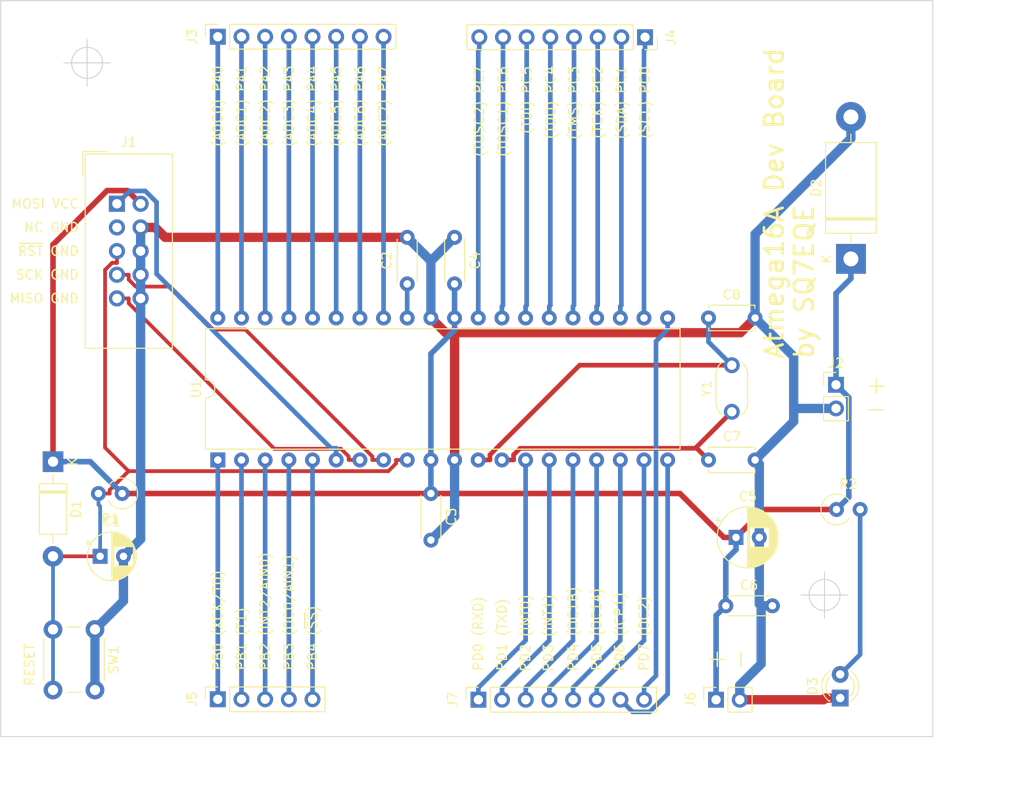
<source format=kicad_pcb>
(kicad_pcb (version 20171130) (host pcbnew 5.1.4-3.fc30)

  (general
    (thickness 1.6)
    (drawings 9)
    (tracks 194)
    (zones 0)
    (modules 23)
    (nets 41)
  )

  (page A4)
  (title_block
    (title "AVR Dev Board atmega16 v1 PCB layouts")
    (date 2019-09-19)
    (rev 1,0)
    (company "mgr inż. Paweł Sobótka")
    (comment 1 "GNU GPL v3 or later")
  )

  (layers
    (0 F.Cu signal)
    (31 B.Cu signal)
    (32 B.Adhes user)
    (33 F.Adhes user)
    (34 B.Paste user)
    (35 F.Paste user)
    (36 B.SilkS user)
    (37 F.SilkS user)
    (38 B.Mask user)
    (39 F.Mask user)
    (40 Dwgs.User user)
    (41 Cmts.User user)
    (42 Eco1.User user)
    (43 Eco2.User user)
    (44 Edge.Cuts user)
    (45 Margin user)
    (46 B.CrtYd user)
    (47 F.CrtYd user)
    (48 B.Fab user)
    (49 F.Fab user)
  )

  (setup
    (last_trace_width 0.25)
    (user_trace_width 0.5)
    (trace_clearance 0.2)
    (zone_clearance 0.508)
    (zone_45_only no)
    (trace_min 0.2)
    (via_size 0.8)
    (via_drill 0.4)
    (via_min_size 0.4)
    (via_min_drill 0.3)
    (user_via 0.8 0.4)
    (uvia_size 0.3)
    (uvia_drill 0.1)
    (uvias_allowed no)
    (uvia_min_size 0.2)
    (uvia_min_drill 0.1)
    (edge_width 0.1)
    (segment_width 0.2)
    (pcb_text_width 0.3)
    (pcb_text_size 1.5 1.5)
    (mod_edge_width 0.12)
    (mod_text_size 1 1)
    (mod_text_width 0.15)
    (pad_size 1.7 1.7)
    (pad_drill 1)
    (pad_to_mask_clearance 0.051)
    (solder_mask_min_width 0.25)
    (aux_axis_origin 40.1826 126.0348)
    (grid_origin 40.1955 47.0408)
    (visible_elements FFFFFF7F)
    (pcbplotparams
      (layerselection 0x292f0_ffffffff)
      (usegerberextensions false)
      (usegerberattributes true)
      (usegerberadvancedattributes true)
      (creategerberjobfile true)
      (excludeedgelayer true)
      (linewidth 0.150000)
      (plotframeref false)
      (viasonmask false)
      (mode 1)
      (useauxorigin true)
      (hpglpennumber 1)
      (hpglpenspeed 20)
      (hpglpendiameter 15.000000)
      (psnegative false)
      (psa4output false)
      (plotreference true)
      (plotvalue true)
      (plotinvisibletext true)
      (padsonsilk false)
      (subtractmaskfromsilk true)
      (outputformat 1)
      (mirror false)
      (drillshape 0)
      (scaleselection 1)
      (outputdirectory "gerbv/"))
  )

  (net 0 "")
  (net 1 /RESET)
  (net 2 GND)
  (net 3 "Net-(C2-Pad1)")
  (net 4 +5V)
  (net 5 "Net-(D3-Pad2)")
  (net 6 /MOSI)
  (net 7 "Net-(J1-Pad3)")
  (net 8 /SCK)
  (net 9 /MISO)
  (net 10 /PA7)
  (net 11 /PA6)
  (net 12 /PA5)
  (net 13 /PA4)
  (net 14 /PA3)
  (net 15 /PA2)
  (net 16 /PA1)
  (net 17 /PA0)
  (net 18 /PC0)
  (net 19 /PC1)
  (net 20 /PC2)
  (net 21 /PC3)
  (net 22 /PC4)
  (net 23 /PC5)
  (net 24 /PC6)
  (net 25 /PC7)
  (net 26 /PB4)
  (net 27 /PB3)
  (net 28 /PB2)
  (net 29 /PB1)
  (net 30 /PB0)
  (net 31 /PD0)
  (net 32 /PD1)
  (net 33 /PD2)
  (net 34 /PD3)
  (net 35 /PD4)
  (net 36 /PD5)
  (net 37 /PD6)
  (net 38 /PD7)
  (net 39 "Net-(C7-Pad1)")
  (net 40 "Net-(C8-Pad1)")

  (net_class Default "To jest domyślna klasa połączeń."
    (clearance 0.2)
    (trace_width 0.25)
    (via_dia 0.8)
    (via_drill 0.4)
    (uvia_dia 0.3)
    (uvia_drill 0.1)
  )

  (net_class gnd ""
    (clearance 0.2)
    (trace_width 1)
    (via_dia 1.3)
    (via_drill 0.6)
    (uvia_dia 0.3)
    (uvia_drill 0.1)
    (add_net GND)
  )

  (net_class power ""
    (clearance 0.2)
    (trace_width 0.6)
    (via_dia 0.8)
    (via_drill 0.4)
    (uvia_dia 0.3)
    (uvia_drill 0.1)
    (add_net +5V)
  )

  (net_class prg ""
    (clearance 0.2)
    (trace_width 0.4)
    (via_dia 0.8)
    (via_drill 0.4)
    (uvia_dia 0.3)
    (uvia_drill 0.1)
    (add_net /MISO)
    (add_net /RESET)
    (add_net /SCK)
  )

  (net_class signals ""
    (clearance 0.2)
    (trace_width 0.5)
    (via_dia 0.8)
    (via_drill 0.4)
    (uvia_dia 0.3)
    (uvia_drill 0.1)
    (add_net /MOSI)
    (add_net /PA0)
    (add_net /PA1)
    (add_net /PA2)
    (add_net /PA3)
    (add_net /PA4)
    (add_net /PA5)
    (add_net /PA6)
    (add_net /PA7)
    (add_net /PB0)
    (add_net /PB1)
    (add_net /PB2)
    (add_net /PB3)
    (add_net /PB4)
    (add_net /PC0)
    (add_net /PC1)
    (add_net /PC2)
    (add_net /PC3)
    (add_net /PC4)
    (add_net /PC5)
    (add_net /PC6)
    (add_net /PC7)
    (add_net /PD0)
    (add_net /PD1)
    (add_net /PD2)
    (add_net /PD3)
    (add_net /PD4)
    (add_net /PD5)
    (add_net /PD6)
    (add_net /PD7)
    (add_net "Net-(C2-Pad1)")
    (add_net "Net-(C7-Pad1)")
    (add_net "Net-(C8-Pad1)")
    (add_net "Net-(D3-Pad2)")
    (add_net "Net-(J1-Pad3)")
  )

  (module Crystal:Resonator-2Pin_W6.0mm_H3.0mm (layer F.Cu) (tedit 5A0FD1B2) (tstamp 5D7A8228)
    (at 118.616 91.1646 90)
    (descr "Ceramic Resomator/Filter 6.0x3.0mm^2, length*width=6.0x3.0mm^2 package, package length=6.0mm, package width=3.0mm, 2 pins")
    (tags "THT ceramic resonator filter")
    (path /5D7AE7C1)
    (fp_text reference Y1 (at 2.5 -2.7 90) (layer F.SilkS)
      (effects (font (size 1 1) (thickness 0.15)))
    )
    (fp_text value 8MHz (at 2.5 2.7 90) (layer F.Fab)
      (effects (font (size 1 1) (thickness 0.15)))
    )
    (fp_arc (start 4 0) (end 4 1.7) (angle -51.9) (layer F.SilkS) (width 0.12))
    (fp_arc (start 1 0) (end 1 1.7) (angle 51.9) (layer F.SilkS) (width 0.12))
    (fp_arc (start 4 0) (end 4 -1.7) (angle 51.9) (layer F.SilkS) (width 0.12))
    (fp_arc (start 1 0) (end 1 -1.7) (angle -51.9) (layer F.SilkS) (width 0.12))
    (fp_arc (start 4 0) (end 4 -1.5) (angle 180) (layer F.Fab) (width 0.1))
    (fp_arc (start 1 0) (end 1 -1.5) (angle -180) (layer F.Fab) (width 0.1))
    (fp_arc (start 4 0) (end 4 -1.5) (angle 180) (layer F.Fab) (width 0.1))
    (fp_arc (start 1 0) (end 1 -1.5) (angle -180) (layer F.Fab) (width 0.1))
    (fp_line (start 6 -2) (end -1.1 -2) (layer F.CrtYd) (width 0.05))
    (fp_line (start 6 2) (end 6 -2) (layer F.CrtYd) (width 0.05))
    (fp_line (start -1.1 2) (end 6 2) (layer F.CrtYd) (width 0.05))
    (fp_line (start -1.1 -2) (end -1.1 2) (layer F.CrtYd) (width 0.05))
    (fp_line (start 1 1.7) (end 4 1.7) (layer F.SilkS) (width 0.12))
    (fp_line (start 1 -1.7) (end 4 -1.7) (layer F.SilkS) (width 0.12))
    (fp_line (start 1 1.5) (end 4 1.5) (layer F.Fab) (width 0.1))
    (fp_line (start 1 -1.5) (end 4 -1.5) (layer F.Fab) (width 0.1))
    (fp_line (start 1 1.5) (end 4 1.5) (layer F.Fab) (width 0.1))
    (fp_line (start 1 -1.5) (end 4 -1.5) (layer F.Fab) (width 0.1))
    (fp_text user %R (at 2.5 0 90) (layer F.Fab)
      (effects (font (size 1 1) (thickness 0.15)))
    )
    (pad 2 thru_hole circle (at 5 0 90) (size 1.7 1.7) (drill 1) (layers *.Cu *.Mask)
      (net 40 "Net-(C8-Pad1)"))
    (pad 1 thru_hole circle (at 0 0 90) (size 1.7 1.7) (drill 1) (layers *.Cu *.Mask)
      (net 39 "Net-(C7-Pad1)"))
    (model ${KISYS3DMOD}/Crystal.3dshapes/Resonator-2Pin_W6.0mm_H3.0mm.wrl
      (at (xyz 0 0 0))
      (scale (xyz 1 1 1))
      (rotate (xyz 0 0 0))
    )
  )

  (module Capacitor_THT:C_Disc_D4.7mm_W2.5mm_P5.00mm (layer F.Cu) (tedit 5AE50EF0) (tstamp 5D7A845F)
    (at 116.116 81.0946)
    (descr "C, Disc series, Radial, pin pitch=5.00mm, , diameter*width=4.7*2.5mm^2, Capacitor, http://www.vishay.com/docs/45233/krseries.pdf")
    (tags "C Disc series Radial pin pitch 5.00mm  diameter 4.7mm width 2.5mm Capacitor")
    (path /5D7B0954)
    (fp_text reference C8 (at 2.5 -2.5) (layer F.SilkS)
      (effects (font (size 1 1) (thickness 0.15)))
    )
    (fp_text value 22p (at 4.6355 2.4892) (layer F.Fab)
      (effects (font (size 1 1) (thickness 0.15)))
    )
    (fp_text user %R (at 2.5 0) (layer F.Fab)
      (effects (font (size 0.94 0.94) (thickness 0.141)))
    )
    (fp_line (start 6.05 -1.5) (end -1.05 -1.5) (layer F.CrtYd) (width 0.05))
    (fp_line (start 6.05 1.5) (end 6.05 -1.5) (layer F.CrtYd) (width 0.05))
    (fp_line (start -1.05 1.5) (end 6.05 1.5) (layer F.CrtYd) (width 0.05))
    (fp_line (start -1.05 -1.5) (end -1.05 1.5) (layer F.CrtYd) (width 0.05))
    (fp_line (start 4.97 1.055) (end 4.97 1.37) (layer F.SilkS) (width 0.12))
    (fp_line (start 4.97 -1.37) (end 4.97 -1.055) (layer F.SilkS) (width 0.12))
    (fp_line (start 0.03 1.055) (end 0.03 1.37) (layer F.SilkS) (width 0.12))
    (fp_line (start 0.03 -1.37) (end 0.03 -1.055) (layer F.SilkS) (width 0.12))
    (fp_line (start 0.03 1.37) (end 4.97 1.37) (layer F.SilkS) (width 0.12))
    (fp_line (start 0.03 -1.37) (end 4.97 -1.37) (layer F.SilkS) (width 0.12))
    (fp_line (start 4.85 -1.25) (end 0.15 -1.25) (layer F.Fab) (width 0.1))
    (fp_line (start 4.85 1.25) (end 4.85 -1.25) (layer F.Fab) (width 0.1))
    (fp_line (start 0.15 1.25) (end 4.85 1.25) (layer F.Fab) (width 0.1))
    (fp_line (start 0.15 -1.25) (end 0.15 1.25) (layer F.Fab) (width 0.1))
    (pad 2 thru_hole circle (at 5 0) (size 1.6 1.6) (drill 0.8) (layers *.Cu *.Mask)
      (net 2 GND))
    (pad 1 thru_hole circle (at 0 0) (size 1.6 1.6) (drill 0.8) (layers *.Cu *.Mask)
      (net 40 "Net-(C8-Pad1)"))
    (model ${KISYS3DMOD}/Capacitor_THT.3dshapes/C_Disc_D4.7mm_W2.5mm_P5.00mm.wrl
      (at (xyz 0 0 0))
      (scale (xyz 1 1 1))
      (rotate (xyz 0 0 0))
    )
  )

  (module Capacitor_THT:C_Disc_D4.7mm_W2.5mm_P5.00mm (layer F.Cu) (tedit 5AE50EF0) (tstamp 5D7A7DD5)
    (at 116.116 96.3346)
    (descr "C, Disc series, Radial, pin pitch=5.00mm, , diameter*width=4.7*2.5mm^2, Capacitor, http://www.vishay.com/docs/45233/krseries.pdf")
    (tags "C Disc series Radial pin pitch 5.00mm  diameter 4.7mm width 2.5mm Capacitor")
    (path /5D7B0185)
    (fp_text reference C7 (at 2.5 -2.5) (layer F.SilkS)
      (effects (font (size 1 1) (thickness 0.15)))
    )
    (fp_text value 22p (at 5.1054 -2.3749) (layer F.Fab)
      (effects (font (size 1 1) (thickness 0.15)))
    )
    (fp_text user %R (at 2.5406 0.0203) (layer F.Fab)
      (effects (font (size 0.94 0.94) (thickness 0.141)))
    )
    (fp_line (start 6.05 -1.5) (end -1.05 -1.5) (layer F.CrtYd) (width 0.05))
    (fp_line (start 6.05 1.5) (end 6.05 -1.5) (layer F.CrtYd) (width 0.05))
    (fp_line (start -1.05 1.5) (end 6.05 1.5) (layer F.CrtYd) (width 0.05))
    (fp_line (start -1.05 -1.5) (end -1.05 1.5) (layer F.CrtYd) (width 0.05))
    (fp_line (start 4.97 1.055) (end 4.97 1.37) (layer F.SilkS) (width 0.12))
    (fp_line (start 4.97 -1.37) (end 4.97 -1.055) (layer F.SilkS) (width 0.12))
    (fp_line (start 0.03 1.055) (end 0.03 1.37) (layer F.SilkS) (width 0.12))
    (fp_line (start 0.03 -1.37) (end 0.03 -1.055) (layer F.SilkS) (width 0.12))
    (fp_line (start 0.03 1.37) (end 4.97 1.37) (layer F.SilkS) (width 0.12))
    (fp_line (start 0.03 -1.37) (end 4.97 -1.37) (layer F.SilkS) (width 0.12))
    (fp_line (start 4.85 -1.25) (end 0.15 -1.25) (layer F.Fab) (width 0.1))
    (fp_line (start 4.85 1.25) (end 4.85 -1.25) (layer F.Fab) (width 0.1))
    (fp_line (start 0.15 1.25) (end 4.85 1.25) (layer F.Fab) (width 0.1))
    (fp_line (start 0.15 -1.25) (end 0.15 1.25) (layer F.Fab) (width 0.1))
    (pad 2 thru_hole circle (at 5 0) (size 1.6 1.6) (drill 0.8) (layers *.Cu *.Mask)
      (net 2 GND))
    (pad 1 thru_hole circle (at 0 0) (size 1.6 1.6) (drill 0.8) (layers *.Cu *.Mask)
      (net 39 "Net-(C7-Pad1)"))
    (model ${KISYS3DMOD}/Capacitor_THT.3dshapes/C_Disc_D4.7mm_W2.5mm_P5.00mm.wrl
      (at (xyz 0 0 0))
      (scale (xyz 1 1 1))
      (rotate (xyz 0 0 0))
    )
  )

  (module connectors-mylibrary:IDC-Header_2x05_P2.54mm_Vertical (layer F.Cu) (tedit 5D79A802) (tstamp 5D6914FE)
    (at 52.6542 68.834)
    (descr "Through hole straight IDC box header, 2x05, 2.54mm pitch, double rows")
    (tags "Through hole IDC box header THT 2x05 2.54mm double row")
    (path /5D67E191)
    (autoplace_cost180 10)
    (fp_text reference J1 (at 1.27 -6.604) (layer F.SilkS)
      (effects (font (size 1 1) (thickness 0.15)))
    )
    (fp_text value AVR-ISP-10 (at 1.27 16.764) (layer F.Fab)
      (effects (font (size 1 1) (thickness 0.15)))
    )
    (fp_text user "MISO GND" (at -4 10.16) (layer F.SilkS)
      (effects (font (size 1 1) (thickness 0.15)) (justify right))
    )
    (fp_text user "SCK GND" (at -4 7.62) (layer F.SilkS)
      (effects (font (size 1 1) (thickness 0.15)) (justify right))
    )
    (fp_text user "~RST~ GND" (at -4 5.08) (layer F.SilkS)
      (effects (font (size 1 1) (thickness 0.15)) (justify right))
    )
    (fp_text user "NC GND" (at -4 2.54) (layer F.SilkS)
      (effects (font (size 1 1) (thickness 0.15)) (justify right))
    )
    (fp_text user "MOSI VCC" (at -4 0) (layer F.SilkS)
      (effects (font (size 1 1) (thickness 0.15)) (justify right))
    )
    (fp_line (start -3.655 -5.6) (end -1.115 -5.6) (layer F.SilkS) (width 0.12))
    (fp_line (start -3.655 -5.6) (end -3.655 -3.06) (layer F.SilkS) (width 0.12))
    (fp_line (start -3.405 -5.35) (end 5.945 -5.35) (layer F.SilkS) (width 0.12))
    (fp_line (start -3.405 15.51) (end -3.405 -5.35) (layer F.SilkS) (width 0.12))
    (fp_line (start 5.945 15.51) (end -3.405 15.51) (layer F.SilkS) (width 0.12))
    (fp_line (start 5.945 -5.35) (end 5.945 15.51) (layer F.SilkS) (width 0.12))
    (fp_line (start -3.41 -5.35) (end 5.95 -5.35) (layer F.CrtYd) (width 0.05))
    (fp_line (start -3.41 15.51) (end -3.41 -5.35) (layer F.CrtYd) (width 0.05))
    (fp_line (start 5.95 15.51) (end -3.41 15.51) (layer F.CrtYd) (width 0.05))
    (fp_line (start 5.95 -5.35) (end 5.95 15.51) (layer F.CrtYd) (width 0.05))
    (fp_line (start -3.155 15.26) (end -2.605 14.7) (layer F.Fab) (width 0.1))
    (fp_line (start -3.155 -5.1) (end -2.605 -4.56) (layer F.Fab) (width 0.1))
    (fp_line (start 5.695 15.26) (end 5.145 14.7) (layer F.Fab) (width 0.1))
    (fp_line (start 5.695 -5.1) (end 5.145 -4.56) (layer F.Fab) (width 0.1))
    (fp_line (start 5.145 14.7) (end -2.605 14.7) (layer F.Fab) (width 0.1))
    (fp_line (start 5.695 15.26) (end -3.155 15.26) (layer F.Fab) (width 0.1))
    (fp_line (start 5.145 -4.56) (end -2.605 -4.56) (layer F.Fab) (width 0.1))
    (fp_line (start 5.695 -5.1) (end -3.155 -5.1) (layer F.Fab) (width 0.1))
    (fp_line (start -2.605 7.33) (end -3.155 7.33) (layer F.Fab) (width 0.1))
    (fp_line (start -2.605 2.83) (end -3.155 2.83) (layer F.Fab) (width 0.1))
    (fp_line (start -2.605 7.33) (end -2.605 14.7) (layer F.Fab) (width 0.1))
    (fp_line (start -2.605 -4.56) (end -2.605 2.83) (layer F.Fab) (width 0.1))
    (fp_line (start -3.155 -5.1) (end -3.155 15.26) (layer F.Fab) (width 0.1))
    (fp_line (start 5.145 -4.56) (end 5.145 14.7) (layer F.Fab) (width 0.1))
    (fp_line (start 5.695 -5.1) (end 5.695 15.26) (layer F.Fab) (width 0.1))
    (fp_text user %R (at 1.27 5.08) (layer F.Fab)
      (effects (font (size 1 1) (thickness 0.15)))
    )
    (pad 10 thru_hole oval (at 2.54 10.16) (size 1.7272 1.7272) (drill 1.016) (layers *.Cu *.Mask)
      (net 2 GND))
    (pad 9 thru_hole oval (at 0 10.16) (size 1.7272 1.7272) (drill 1.016) (layers *.Cu *.Mask)
      (net 9 /MISO))
    (pad 8 thru_hole oval (at 2.54 7.62) (size 1.7272 1.7272) (drill 1.016) (layers *.Cu *.Mask)
      (net 2 GND))
    (pad 7 thru_hole oval (at 0 7.62) (size 1.7272 1.7272) (drill 1.016) (layers *.Cu *.Mask)
      (net 8 /SCK))
    (pad 6 thru_hole oval (at 2.54 5.08) (size 1.7272 1.7272) (drill 1.016) (layers *.Cu *.Mask)
      (net 2 GND))
    (pad 5 thru_hole oval (at 0 5.08) (size 1.7272 1.7272) (drill 1.016) (layers *.Cu *.Mask)
      (net 1 /RESET))
    (pad 4 thru_hole oval (at 2.54 2.54) (size 1.7272 1.7272) (drill 1.016) (layers *.Cu *.Mask)
      (net 2 GND))
    (pad 3 thru_hole oval (at 0 2.54) (size 1.7272 1.7272) (drill 1.016) (layers *.Cu *.Mask)
      (net 7 "Net-(J1-Pad3)"))
    (pad 2 thru_hole oval (at 2.54 0) (size 1.7272 1.7272) (drill 1.016) (layers *.Cu *.Mask)
      (net 4 +5V))
    (pad 1 thru_hole rect (at 0 0) (size 1.7272 1.7272) (drill 1.016) (layers *.Cu *.Mask)
      (net 6 /MOSI))
    (model ${KISYS3DMOD}/Connector_IDC.3dshapes/IDC-Header_2x05_P2.54mm_Vertical.wrl
      (at (xyz 0 0 0))
      (scale (xyz 1 1 1))
      (rotate (xyz 0 0 0))
    )
  )

  (module avr_dev_board_atmega16:PinSocket_1x02_P2.54mm_Vertical_PWR (layer F.Cu) (tedit 5D785319) (tstamp 5D6A5326)
    (at 116.929 122.075 90)
    (descr "Through hole straight socket strip, 1x02, 2.54mm pitch, single row (from Kicad 4.0.7), script generated")
    (tags "Through hole socket strip THT 1x02 2.54mm single row")
    (path /5D706C30)
    (fp_text reference J6 (at 0 -2.77 90) (layer F.SilkS)
      (effects (font (size 1 1) (thickness 0.15)))
    )
    (fp_text value +5V (at 0 5.31 90) (layer F.Fab)
      (effects (font (size 1 1) (thickness 0.15)))
    )
    (fp_text user - (at 3 2.5 90) (layer F.SilkS)
      (effects (font (size 2 2) (thickness 0.15)) (justify left))
    )
    (fp_text user + (at 3 -0.025 90) (layer F.SilkS)
      (effects (font (size 2 2) (thickness 0.15)) (justify left))
    )
    (fp_text user %R (at 0 1.27) (layer F.Fab)
      (effects (font (size 1 1) (thickness 0.15)))
    )
    (fp_line (start -1.8 4.3) (end -1.8 -1.8) (layer F.CrtYd) (width 0.05))
    (fp_line (start 6.75 4.3) (end -1.8 4.3) (layer F.CrtYd) (width 0.05))
    (fp_line (start 6.75 -1.8) (end 6.75 4.3) (layer F.CrtYd) (width 0.05))
    (fp_line (start -1.8 -1.8) (end 6.75 -1.8) (layer F.CrtYd) (width 0.05))
    (fp_line (start 0 -1.33) (end 1.33 -1.33) (layer F.SilkS) (width 0.12))
    (fp_line (start 1.33 -1.33) (end 1.33 0) (layer F.SilkS) (width 0.12))
    (fp_line (start 1.33 1.27) (end 1.33 3.87) (layer F.SilkS) (width 0.12))
    (fp_line (start -1.33 3.87) (end 1.33 3.87) (layer F.SilkS) (width 0.12))
    (fp_line (start -1.33 1.27) (end -1.33 3.87) (layer F.SilkS) (width 0.12))
    (fp_line (start -1.33 1.27) (end 1.33 1.27) (layer F.SilkS) (width 0.12))
    (fp_line (start -1.27 3.81) (end -1.27 -1.27) (layer F.Fab) (width 0.1))
    (fp_line (start 1.27 3.81) (end -1.27 3.81) (layer F.Fab) (width 0.1))
    (fp_line (start 1.27 -0.635) (end 1.27 3.81) (layer F.Fab) (width 0.1))
    (fp_line (start 0.635 -1.27) (end 1.27 -0.635) (layer F.Fab) (width 0.1))
    (fp_line (start -1.27 -1.27) (end 0.635 -1.27) (layer F.Fab) (width 0.1))
    (pad 2 thru_hole oval (at 0 2.54 90) (size 1.7 1.7) (drill 1) (layers *.Cu *.Mask)
      (net 2 GND))
    (pad 1 thru_hole rect (at 0 0 90) (size 1.7 1.7) (drill 1) (layers *.Cu *.Mask)
      (net 4 +5V))
    (model ${KISYS3DMOD}/Connector_PinSocket_2.54mm.3dshapes/PinSocket_1x02_P2.54mm_Vertical.wrl
      (at (xyz 0 0 0))
      (scale (xyz 1 1 1))
      (rotate (xyz 0 0 0))
    )
  )

  (module avr_dev_board_atmega16:PinHeader_1x02_P2.54mm_Vertical_PWR (layer F.Cu) (tedit 5D7851A6) (tstamp 5D691514)
    (at 129.795 88.265)
    (descr "Through hole straight pin header, 1x02, 2.54mm pitch, single row")
    (tags "Through hole pin header THT 1x02 2.54mm single row")
    (path /5D686ADA)
    (fp_text reference J2 (at 0 -2.33) (layer F.SilkS)
      (effects (font (size 1 1) (thickness 0.15)))
    )
    (fp_text value "+5V dc supply" (at 0 4.87) (layer F.Fab)
      (effects (font (size 1 1) (thickness 0.15)))
    )
    (fp_text user - (at 2.95 2.525) (layer F.SilkS)
      (effects (font (size 2 2) (thickness 0.15)) (justify left))
    )
    (fp_text user + (at 3 0) (layer F.SilkS)
      (effects (font (size 2 2) (thickness 0.15)) (justify left))
    )
    (fp_text user %R (at 0 1.27 90) (layer F.Fab)
      (effects (font (size 1 1) (thickness 0.15)))
    )
    (fp_line (start 6.8 -1.8) (end -1.8 -1.8) (layer F.CrtYd) (width 0.05))
    (fp_line (start 6.8 4.35) (end 6.8 -1.8) (layer F.CrtYd) (width 0.05))
    (fp_line (start -1.8 4.35) (end 6.8 4.35) (layer F.CrtYd) (width 0.05))
    (fp_line (start -1.8 -1.8) (end -1.8 4.35) (layer F.CrtYd) (width 0.05))
    (fp_line (start -1.33 -1.33) (end 0 -1.33) (layer F.SilkS) (width 0.12))
    (fp_line (start -1.33 0) (end -1.33 -1.33) (layer F.SilkS) (width 0.12))
    (fp_line (start -1.33 1.27) (end 1.33 1.27) (layer F.SilkS) (width 0.12))
    (fp_line (start 1.33 1.27) (end 1.33 3.87) (layer F.SilkS) (width 0.12))
    (fp_line (start -1.33 1.27) (end -1.33 3.87) (layer F.SilkS) (width 0.12))
    (fp_line (start -1.33 3.87) (end 1.33 3.87) (layer F.SilkS) (width 0.12))
    (fp_line (start -1.27 -0.635) (end -0.635 -1.27) (layer F.Fab) (width 0.1))
    (fp_line (start -1.27 3.81) (end -1.27 -0.635) (layer F.Fab) (width 0.1))
    (fp_line (start 1.27 3.81) (end -1.27 3.81) (layer F.Fab) (width 0.1))
    (fp_line (start 1.27 -1.27) (end 1.27 3.81) (layer F.Fab) (width 0.1))
    (fp_line (start -0.635 -1.27) (end 1.27 -1.27) (layer F.Fab) (width 0.1))
    (pad 2 thru_hole oval (at 0 2.54) (size 1.7 1.7) (drill 1) (layers *.Cu *.Mask)
      (net 2 GND))
    (pad 1 thru_hole rect (at 0 0) (size 1.7 1.7) (drill 1) (layers *.Cu *.Mask)
      (net 4 +5V))
    (model ${KISYS3DMOD}/Connector_PinHeader_2.54mm.3dshapes/PinHeader_1x02_P2.54mm_Vertical.wrl
      (at (xyz 0 0 0))
      (scale (xyz 1 1 1))
      (rotate (xyz 0 0 0))
    )
  )

  (module avr_dev_board_atmega16:PinSocket_1x08_P2.54mm_Vertical_PD (layer F.Cu) (tedit 5D785045) (tstamp 5D6A4EC7)
    (at 91.4289 122.075 90)
    (descr "Through hole straight socket strip, 1x08, 2.54mm pitch, single row (from Kicad 4.0.7), script generated")
    (tags "Through hole socket strip THT 1x08 2.54mm single row")
    (path /5D70C95B)
    (fp_text reference J7 (at 0 -2.77 90) (layer F.SilkS)
      (effects (font (size 1 1) (thickness 0.15)))
    )
    (fp_text value "PD(0-7)" (at 0 20.55 90) (layer F.Fab)
      (effects (font (size 1 1) (thickness 0.15)))
    )
    (fp_text user "PD7 (OC2)" (at 2.975 17.75 90) (layer F.SilkS)
      (effects (font (size 1 1) (thickness 0.15)) (justify left))
    )
    (fp_text user "PD6 (ICP1)" (at 2.975 15.15 90) (layer F.SilkS)
      (effects (font (size 1 1) (thickness 0.15)) (justify left))
    )
    (fp_text user "PD5 (OC1A)" (at 3 12.7 90) (layer F.SilkS)
      (effects (font (size 1 1) (thickness 0.15)) (justify left))
    )
    (fp_text user "PD4 (OC1B)" (at 3 10.16 90) (layer F.SilkS)
      (effects (font (size 1 1) (thickness 0.15)) (justify left))
    )
    (fp_text user "PD3 (INT1)" (at 2.925 7.5 90) (layer F.SilkS)
      (effects (font (size 1 1) (thickness 0.15)) (justify left))
    )
    (fp_text user "PD2 (INT0)" (at 2.925 5.05 90) (layer F.SilkS)
      (effects (font (size 1 1) (thickness 0.15)) (justify left))
    )
    (fp_text user "PD1 (TXD)" (at 3 2.54 90) (layer F.SilkS)
      (effects (font (size 1 1) (thickness 0.15)) (justify left))
    )
    (fp_text user "PD0 (RXD)" (at 3 -0.025 90) (layer F.SilkS)
      (effects (font (size 1 1) (thickness 0.15)) (justify left))
    )
    (fp_text user %R (at 0 8.89) (layer F.Fab)
      (effects (font (size 1 1) (thickness 0.15)))
    )
    (fp_line (start -1.8 19.55) (end -1.8 -1.8) (layer F.CrtYd) (width 0.05))
    (fp_line (start 1.75 19.55) (end -1.8 19.55) (layer F.CrtYd) (width 0.05))
    (fp_line (start 1.75 -1.8) (end 1.75 19.55) (layer F.CrtYd) (width 0.05))
    (fp_line (start -1.8 -1.8) (end 1.75 -1.8) (layer F.CrtYd) (width 0.05))
    (fp_line (start 0 -1.33) (end 1.33 -1.33) (layer F.SilkS) (width 0.12))
    (fp_line (start 1.33 -1.33) (end 1.33 0) (layer F.SilkS) (width 0.12))
    (fp_line (start 1.33 1.27) (end 1.33 19.11) (layer F.SilkS) (width 0.12))
    (fp_line (start -1.33 19.11) (end 1.33 19.11) (layer F.SilkS) (width 0.12))
    (fp_line (start -1.33 1.27) (end -1.33 19.11) (layer F.SilkS) (width 0.12))
    (fp_line (start -1.33 1.27) (end 1.33 1.27) (layer F.SilkS) (width 0.12))
    (fp_line (start -1.27 19.05) (end -1.27 -1.27) (layer F.Fab) (width 0.1))
    (fp_line (start 1.27 19.05) (end -1.27 19.05) (layer F.Fab) (width 0.1))
    (fp_line (start 1.27 -0.635) (end 1.27 19.05) (layer F.Fab) (width 0.1))
    (fp_line (start 0.635 -1.27) (end 1.27 -0.635) (layer F.Fab) (width 0.1))
    (fp_line (start -1.27 -1.27) (end 0.635 -1.27) (layer F.Fab) (width 0.1))
    (pad 8 thru_hole oval (at 0 17.78 90) (size 1.7 1.7) (drill 1) (layers *.Cu *.Mask)
      (net 38 /PD7))
    (pad 7 thru_hole oval (at 0 15.24 90) (size 1.7 1.7) (drill 1) (layers *.Cu *.Mask)
      (net 37 /PD6))
    (pad 6 thru_hole oval (at 0 12.7 90) (size 1.7 1.7) (drill 1) (layers *.Cu *.Mask)
      (net 36 /PD5))
    (pad 5 thru_hole oval (at 0 10.16 90) (size 1.7 1.7) (drill 1) (layers *.Cu *.Mask)
      (net 35 /PD4))
    (pad 4 thru_hole oval (at 0 7.62 90) (size 1.7 1.7) (drill 1) (layers *.Cu *.Mask)
      (net 34 /PD3))
    (pad 3 thru_hole oval (at 0 5.08 90) (size 1.7 1.7) (drill 1) (layers *.Cu *.Mask)
      (net 33 /PD2))
    (pad 2 thru_hole oval (at 0 2.54 90) (size 1.7 1.7) (drill 1) (layers *.Cu *.Mask)
      (net 32 /PD1))
    (pad 1 thru_hole rect (at 0 0 90) (size 1.7 1.7) (drill 1) (layers *.Cu *.Mask)
      (net 31 /PD0))
    (model ${KISYS3DMOD}/Connector_PinSocket_2.54mm.3dshapes/PinSocket_1x08_P2.54mm_Vertical.wrl
      (at (xyz 0 0 0))
      (scale (xyz 1 1 1))
      (rotate (xyz 0 0 0))
    )
  )

  (module avr_dev_board_atmega16:PinSocket_1x08_P2.54mm_Vertical_PC (layer F.Cu) (tedit 5D784E1A) (tstamp 5D6F3596)
    (at 109.309 50.9554 270)
    (descr "Through hole straight socket strip, 1x08, 2.54mm pitch, single row (from Kicad 4.0.7), script generated")
    (tags "Through hole socket strip THT 1x08 2.54mm single row")
    (path /5D70B596)
    (fp_text reference J4 (at 0 -2.77 90) (layer F.SilkS)
      (effects (font (size 1 1) (thickness 0.15)))
    )
    (fp_text value "PC(0-7)" (at 0 20.55 90) (layer F.Fab)
      (effects (font (size 1 1) (thickness 0.15)))
    )
    (fp_text user "(TOSC2) PC7" (at 3 17.78 90) (layer F.SilkS)
      (effects (font (size 1 1) (thickness 0.15)) (justify right))
    )
    (fp_text user "(TOSC1) PC6" (at 3 15.24 90) (layer F.SilkS)
      (effects (font (size 1 1) (thickness 0.15)) (justify right))
    )
    (fp_text user "(TDI) PC5" (at 3 12.7 90) (layer F.SilkS)
      (effects (font (size 1 1) (thickness 0.15)) (justify right))
    )
    (fp_text user "(TDO) PC4" (at 3 10.125 90) (layer F.SilkS)
      (effects (font (size 1 1) (thickness 0.15)) (justify right))
    )
    (fp_text user "(TMS) PC3" (at 3 7.62 90) (layer F.SilkS)
      (effects (font (size 1 1) (thickness 0.15)) (justify right))
    )
    (fp_text user "(TCK) PC2" (at 3 5.08 90) (layer F.SilkS)
      (effects (font (size 1 1) (thickness 0.15)) (justify right))
    )
    (fp_text user "(SDA) PC1" (at 3 2.54 90) (layer F.SilkS)
      (effects (font (size 1 1) (thickness 0.15)) (justify right))
    )
    (fp_text user "(SCL) PC0" (at 3 0 90) (layer F.SilkS)
      (effects (font (size 1 1) (thickness 0.15)) (justify right))
    )
    (fp_text user %R (at 0 8.89) (layer F.Fab)
      (effects (font (size 1 1) (thickness 0.15)))
    )
    (fp_line (start -1.8 19.55) (end -1.8 -1.8) (layer F.CrtYd) (width 0.05))
    (fp_line (start 1.75 19.55) (end -1.8 19.55) (layer F.CrtYd) (width 0.05))
    (fp_line (start 1.75 -1.8) (end 1.75 19.55) (layer F.CrtYd) (width 0.05))
    (fp_line (start -1.8 -1.8) (end 1.75 -1.8) (layer F.CrtYd) (width 0.05))
    (fp_line (start 0 -1.33) (end 1.33 -1.33) (layer F.SilkS) (width 0.12))
    (fp_line (start 1.33 -1.33) (end 1.33 0) (layer F.SilkS) (width 0.12))
    (fp_line (start 1.33 1.27) (end 1.33 19.11) (layer F.SilkS) (width 0.12))
    (fp_line (start -1.33 19.11) (end 1.33 19.11) (layer F.SilkS) (width 0.12))
    (fp_line (start -1.33 1.27) (end -1.33 19.11) (layer F.SilkS) (width 0.12))
    (fp_line (start -1.33 1.27) (end 1.33 1.27) (layer F.SilkS) (width 0.12))
    (fp_line (start -1.27 19.05) (end -1.27 -1.27) (layer F.Fab) (width 0.1))
    (fp_line (start 1.27 19.05) (end -1.27 19.05) (layer F.Fab) (width 0.1))
    (fp_line (start 1.27 -0.635) (end 1.27 19.05) (layer F.Fab) (width 0.1))
    (fp_line (start 0.635 -1.27) (end 1.27 -0.635) (layer F.Fab) (width 0.1))
    (fp_line (start -1.27 -1.27) (end 0.635 -1.27) (layer F.Fab) (width 0.1))
    (pad 8 thru_hole oval (at 0 17.78 270) (size 1.7 1.7) (drill 1) (layers *.Cu *.Mask)
      (net 25 /PC7))
    (pad 7 thru_hole oval (at 0 15.24 270) (size 1.7 1.7) (drill 1) (layers *.Cu *.Mask)
      (net 24 /PC6))
    (pad 6 thru_hole oval (at 0 12.7 270) (size 1.7 1.7) (drill 1) (layers *.Cu *.Mask)
      (net 23 /PC5))
    (pad 5 thru_hole oval (at 0 10.16 270) (size 1.7 1.7) (drill 1) (layers *.Cu *.Mask)
      (net 22 /PC4))
    (pad 4 thru_hole oval (at 0 7.62 270) (size 1.7 1.7) (drill 1) (layers *.Cu *.Mask)
      (net 21 /PC3))
    (pad 3 thru_hole oval (at 0 5.08 270) (size 1.7 1.7) (drill 1) (layers *.Cu *.Mask)
      (net 20 /PC2))
    (pad 2 thru_hole oval (at 0 2.54 270) (size 1.7 1.7) (drill 1) (layers *.Cu *.Mask)
      (net 19 /PC1))
    (pad 1 thru_hole rect (at 0 0 270) (size 1.7 1.7) (drill 1) (layers *.Cu *.Mask)
      (net 18 /PC0))
    (model ${KISYS3DMOD}/Connector_PinSocket_2.54mm.3dshapes/PinSocket_1x08_P2.54mm_Vertical.wrl
      (at (xyz 0 0 0))
      (scale (xyz 1 1 1))
      (rotate (xyz 0 0 0))
    )
  )

  (module avr_dev_board_atmega16:PinSocket_1x08_P2.54mm_Vertical_PA (layer F.Cu) (tedit 5D784720) (tstamp 5D6A4E60)
    (at 63.4746 50.9054 90)
    (descr "Through hole straight socket strip, 1x08, 2.54mm pitch, single row (from Kicad 4.0.7), script generated")
    (tags "Through hole socket strip THT 1x08 2.54mm single row")
    (path /5D6A43F7)
    (fp_text reference J3 (at 0 -2.77 90) (layer F.SilkS)
      (effects (font (size 1 1) (thickness 0.15)))
    )
    (fp_text value "PA(0-7)" (at 0 20.55 90) (layer F.Fab)
      (effects (font (size 1 1) (thickness 0.15)))
    )
    (fp_text user "(ADC7) PA7" (at -3 17.78 90) (layer F.SilkS)
      (effects (font (size 1 1) (thickness 0.15)) (justify right))
    )
    (fp_text user "(ADC6) PA6" (at -3 15.24 90) (layer F.SilkS)
      (effects (font (size 1 1) (thickness 0.15)) (justify right))
    )
    (fp_text user "(ADC5) PA5" (at -3 12.7 90) (layer F.SilkS)
      (effects (font (size 1 1) (thickness 0.15)) (justify right))
    )
    (fp_text user "(ADC4) PA4" (at -3 10.16 90) (layer F.SilkS)
      (effects (font (size 1 1) (thickness 0.15)) (justify right))
    )
    (fp_text user "(ADC3) PA3" (at -3 7.62 90) (layer F.SilkS)
      (effects (font (size 1 1) (thickness 0.15)) (justify right))
    )
    (fp_text user "(ADC2) PA2" (at -3 5.08 90) (layer F.SilkS)
      (effects (font (size 1 1) (thickness 0.15)) (justify right))
    )
    (fp_text user "(ADC1) PA1" (at -3 2.54 90) (layer F.SilkS)
      (effects (font (size 1 1) (thickness 0.15)) (justify right))
    )
    (fp_text user "(ADC0) PA0" (at -3 0 90) (layer F.SilkS)
      (effects (font (size 1 1) (thickness 0.15)) (justify right))
    )
    (fp_text user %R (at 0 8.89) (layer F.Fab)
      (effects (font (size 1 1) (thickness 0.15)))
    )
    (fp_line (start -1.8 19.55) (end -1.8 -1.8) (layer F.CrtYd) (width 0.05))
    (fp_line (start 1.75 19.55) (end -1.8 19.55) (layer F.CrtYd) (width 0.05))
    (fp_line (start 1.75 -1.8) (end 1.75 19.55) (layer F.CrtYd) (width 0.05))
    (fp_line (start -1.8 -1.8) (end 1.75 -1.8) (layer F.CrtYd) (width 0.05))
    (fp_line (start 0 -1.33) (end 1.33 -1.33) (layer F.SilkS) (width 0.12))
    (fp_line (start 1.33 -1.33) (end 1.33 0) (layer F.SilkS) (width 0.12))
    (fp_line (start 1.33 1.27) (end 1.33 19.11) (layer F.SilkS) (width 0.12))
    (fp_line (start -1.33 19.11) (end 1.33 19.11) (layer F.SilkS) (width 0.12))
    (fp_line (start -1.33 1.27) (end -1.33 19.11) (layer F.SilkS) (width 0.12))
    (fp_line (start -1.33 1.27) (end 1.33 1.27) (layer F.SilkS) (width 0.12))
    (fp_line (start -1.27 19.05) (end -1.27 -1.27) (layer F.Fab) (width 0.1))
    (fp_line (start 1.27 19.05) (end -1.27 19.05) (layer F.Fab) (width 0.1))
    (fp_line (start 1.27 -0.635) (end 1.27 19.05) (layer F.Fab) (width 0.1))
    (fp_line (start 0.635 -1.27) (end 1.27 -0.635) (layer F.Fab) (width 0.1))
    (fp_line (start -1.27 -1.27) (end 0.635 -1.27) (layer F.Fab) (width 0.1))
    (pad 8 thru_hole oval (at 0 17.78 90) (size 1.7 1.7) (drill 1) (layers *.Cu *.Mask)
      (net 10 /PA7))
    (pad 7 thru_hole oval (at 0 15.24 90) (size 1.7 1.7) (drill 1) (layers *.Cu *.Mask)
      (net 11 /PA6))
    (pad 6 thru_hole oval (at 0 12.7 90) (size 1.7 1.7) (drill 1) (layers *.Cu *.Mask)
      (net 12 /PA5))
    (pad 5 thru_hole oval (at 0 10.16 90) (size 1.7 1.7) (drill 1) (layers *.Cu *.Mask)
      (net 13 /PA4))
    (pad 4 thru_hole oval (at 0 7.62 90) (size 1.7 1.7) (drill 1) (layers *.Cu *.Mask)
      (net 14 /PA3))
    (pad 3 thru_hole oval (at 0 5.08 90) (size 1.7 1.7) (drill 1) (layers *.Cu *.Mask)
      (net 15 /PA2))
    (pad 2 thru_hole oval (at 0 2.54 90) (size 1.7 1.7) (drill 1) (layers *.Cu *.Mask)
      (net 16 /PA1))
    (pad 1 thru_hole rect (at 0 0 90) (size 1.7 1.7) (drill 1) (layers *.Cu *.Mask)
      (net 17 /PA0))
    (model ${KISYS3DMOD}/Connector_PinSocket_2.54mm.3dshapes/PinSocket_1x08_P2.54mm_Vertical.wrl
      (at (xyz 0 0 0))
      (scale (xyz 1 1 1))
      (rotate (xyz 0 0 0))
    )
  )

  (module avr_dev_board_atmega16:PinSocket_1x05_P2.54mm_Vertical_PB (layer F.Cu) (tedit 5D7845BA) (tstamp 5D6A4E95)
    (at 63.4746 122.025 90)
    (descr "Through hole straight socket strip, 1x05, 2.54mm pitch, single row (from Kicad 4.0.7), script generated")
    (tags "Through hole socket strip THT 1x05 2.54mm single row")
    (path /5D70A2FE)
    (fp_text reference J5 (at 0 -2.77 90) (layer F.SilkS)
      (effects (font (size 1 1) (thickness 0.15)))
    )
    (fp_text value "PB(0-4)" (at 0 12.93 90) (layer F.Fab)
      (effects (font (size 1 1) (thickness 0.15)))
    )
    (fp_text user "PB4 (~SS)" (at 3 10.16 90) (layer F.SilkS)
      (effects (font (size 1 1) (thickness 0.15)) (justify left))
    )
    (fp_text user "PB3 (OC0/AIN1)" (at 3 7.62 90) (layer F.SilkS)
      (effects (font (size 1 1) (thickness 0.15)) (justify left))
    )
    (fp_text user "PB2 (INT2/AIN0)" (at 3 5.05 90) (layer F.SilkS)
      (effects (font (size 1 1) (thickness 0.15)) (justify left))
    )
    (fp_text user "PB1 (T1)" (at 3 2.54 90) (layer F.SilkS)
      (effects (font (size 1 1) (thickness 0.15)) (justify left))
    )
    (fp_text user "PB0 (XCK/T0)" (at 3 0 90) (layer F.SilkS)
      (effects (font (size 1 1) (thickness 0.15)) (justify left))
    )
    (fp_text user %R (at 0 5.08) (layer F.Fab)
      (effects (font (size 1 1) (thickness 0.15)))
    )
    (fp_line (start -1.8 11.9) (end -1.8 -1.8) (layer F.CrtYd) (width 0.05))
    (fp_line (start 1.75 11.9) (end -1.8 11.9) (layer F.CrtYd) (width 0.05))
    (fp_line (start 1.75 -1.8) (end 1.75 11.9) (layer F.CrtYd) (width 0.05))
    (fp_line (start -1.8 -1.8) (end 1.75 -1.8) (layer F.CrtYd) (width 0.05))
    (fp_line (start 0 -1.33) (end 1.33 -1.33) (layer F.SilkS) (width 0.12))
    (fp_line (start 1.33 -1.33) (end 1.33 0) (layer F.SilkS) (width 0.12))
    (fp_line (start 1.33 1.27) (end 1.33 11.49) (layer F.SilkS) (width 0.12))
    (fp_line (start -1.33 11.49) (end 1.33 11.49) (layer F.SilkS) (width 0.12))
    (fp_line (start -1.33 1.27) (end -1.33 11.49) (layer F.SilkS) (width 0.12))
    (fp_line (start -1.33 1.27) (end 1.33 1.27) (layer F.SilkS) (width 0.12))
    (fp_line (start -1.27 11.43) (end -1.27 -1.27) (layer F.Fab) (width 0.1))
    (fp_line (start 1.27 11.43) (end -1.27 11.43) (layer F.Fab) (width 0.1))
    (fp_line (start 1.27 -0.635) (end 1.27 11.43) (layer F.Fab) (width 0.1))
    (fp_line (start 0.635 -1.27) (end 1.27 -0.635) (layer F.Fab) (width 0.1))
    (fp_line (start -1.27 -1.27) (end 0.635 -1.27) (layer F.Fab) (width 0.1))
    (pad 5 thru_hole oval (at 0 10.16 90) (size 1.7 1.7) (drill 1) (layers *.Cu *.Mask)
      (net 26 /PB4))
    (pad 4 thru_hole oval (at 0 7.62 90) (size 1.7 1.7) (drill 1) (layers *.Cu *.Mask)
      (net 27 /PB3))
    (pad 3 thru_hole oval (at 0 5.08 90) (size 1.7 1.7) (drill 1) (layers *.Cu *.Mask)
      (net 28 /PB2))
    (pad 2 thru_hole oval (at 0 2.54 90) (size 1.7 1.7) (drill 1) (layers *.Cu *.Mask)
      (net 29 /PB1))
    (pad 1 thru_hole rect (at 0 0 90) (size 1.7 1.7) (drill 1) (layers *.Cu *.Mask)
      (net 30 /PB0))
    (model ${KISYS3DMOD}/Connector_PinSocket_2.54mm.3dshapes/PinSocket_1x05_P2.54mm_Vertical.wrl
      (at (xyz 0 0 0))
      (scale (xyz 1 1 1))
      (rotate (xyz 0 0 0))
    )
  )

  (module avr_dev_board_atmega16:SW_PUSH_6mm_H5mm (layer F.Cu) (tedit 5D69C6C6) (tstamp 5D6F2D61)
    (at 50.2962 114.529 270)
    (descr "tactile push button, 6x6mm e.g. PHAP33xx series, height=5mm")
    (tags "tact sw push 6mm")
    (path /5D67E9B8)
    (fp_text reference SW1 (at 3.25 -2 90) (layer F.SilkS)
      (effects (font (size 1 1) (thickness 0.15)))
    )
    (fp_text value RESET (at 3.8 7.025 90) (layer F.Fab)
      (effects (font (size 1 1) (thickness 0.15)))
    )
    (fp_text user %V (at 3.8 7.025 90) (layer F.SilkS)
      (effects (font (size 1 1) (thickness 0.15)))
    )
    (fp_circle (center 3.25 2.25) (end 1.25 2.5) (layer F.Fab) (width 0.1))
    (fp_line (start 6.75 3) (end 6.75 1.5) (layer F.SilkS) (width 0.12))
    (fp_line (start 5.5 -1) (end 1 -1) (layer F.SilkS) (width 0.12))
    (fp_line (start -0.25 1.5) (end -0.25 3) (layer F.SilkS) (width 0.12))
    (fp_line (start 1 5.5) (end 5.5 5.5) (layer F.SilkS) (width 0.12))
    (fp_line (start 8 -1.25) (end 8 5.75) (layer F.CrtYd) (width 0.05))
    (fp_line (start 7.75 6) (end -1.25 6) (layer F.CrtYd) (width 0.05))
    (fp_line (start -1.5 5.75) (end -1.5 -1.25) (layer F.CrtYd) (width 0.05))
    (fp_line (start -1.25 -1.5) (end 7.75 -1.5) (layer F.CrtYd) (width 0.05))
    (fp_line (start -1.5 6) (end -1.25 6) (layer F.CrtYd) (width 0.05))
    (fp_line (start -1.5 5.75) (end -1.5 6) (layer F.CrtYd) (width 0.05))
    (fp_line (start -1.5 -1.5) (end -1.25 -1.5) (layer F.CrtYd) (width 0.05))
    (fp_line (start -1.5 -1.25) (end -1.5 -1.5) (layer F.CrtYd) (width 0.05))
    (fp_line (start 8 -1.5) (end 8 -1.25) (layer F.CrtYd) (width 0.05))
    (fp_line (start 7.75 -1.5) (end 8 -1.5) (layer F.CrtYd) (width 0.05))
    (fp_line (start 8 6) (end 8 5.75) (layer F.CrtYd) (width 0.05))
    (fp_line (start 7.75 6) (end 8 6) (layer F.CrtYd) (width 0.05))
    (fp_line (start 0.25 -0.75) (end 3.25 -0.75) (layer F.Fab) (width 0.1))
    (fp_line (start 0.25 5.25) (end 0.25 -0.75) (layer F.Fab) (width 0.1))
    (fp_line (start 6.25 5.25) (end 0.25 5.25) (layer F.Fab) (width 0.1))
    (fp_line (start 6.25 -0.75) (end 6.25 5.25) (layer F.Fab) (width 0.1))
    (fp_line (start 3.25 -0.75) (end 6.25 -0.75) (layer F.Fab) (width 0.1))
    (fp_text user %R (at 3.25 2.25 90) (layer F.Fab)
      (effects (font (size 1 1) (thickness 0.15)))
    )
    (pad 1 thru_hole circle (at 6.5 0) (size 2 2) (drill 1.1) (layers *.Cu *.Mask)
      (net 2 GND))
    (pad 2 thru_hole circle (at 6.5 4.5) (size 2 2) (drill 1.1) (layers *.Cu *.Mask)
      (net 1 /RESET))
    (pad 1 thru_hole circle (at 0 0) (size 2 2) (drill 1.1) (layers *.Cu *.Mask)
      (net 2 GND))
    (pad 2 thru_hole circle (at 0 4.5) (size 2 2) (drill 1.1) (layers *.Cu *.Mask)
      (net 1 /RESET))
    (model ${KISYS3DMOD}/Button_Switch_THT.3dshapes/SW_PUSH_6mm_H5mm.wrl
      (at (xyz 0 0 0))
      (scale (xyz 1 1 1))
      (rotate (xyz 0 0 0))
    )
  )

  (module Capacitor_THT:CP_Radial_D5.0mm_P2.50mm (layer F.Cu) (tedit 5AE50EF0) (tstamp 5D69139D)
    (at 50.8508 106.68)
    (descr "CP, Radial series, Radial, pin pitch=2.50mm, , diameter=5mm, Electrolytic Capacitor")
    (tags "CP Radial series Radial pin pitch 2.50mm  diameter 5mm Electrolytic Capacitor")
    (path /5D67D1C0)
    (fp_text reference C1 (at 1.25 -3.75) (layer F.SilkS)
      (effects (font (size 1 1) (thickness 0.15)))
    )
    (fp_text value 4u7 (at 1.25 3.75) (layer F.Fab)
      (effects (font (size 1 1) (thickness 0.15)))
    )
    (fp_text user %R (at 1.25 0) (layer F.Fab)
      (effects (font (size 1 1) (thickness 0.15)))
    )
    (fp_line (start -1.304775 -1.725) (end -1.304775 -1.225) (layer F.SilkS) (width 0.12))
    (fp_line (start -1.554775 -1.475) (end -1.054775 -1.475) (layer F.SilkS) (width 0.12))
    (fp_line (start 3.851 -0.284) (end 3.851 0.284) (layer F.SilkS) (width 0.12))
    (fp_line (start 3.811 -0.518) (end 3.811 0.518) (layer F.SilkS) (width 0.12))
    (fp_line (start 3.771 -0.677) (end 3.771 0.677) (layer F.SilkS) (width 0.12))
    (fp_line (start 3.731 -0.805) (end 3.731 0.805) (layer F.SilkS) (width 0.12))
    (fp_line (start 3.691 -0.915) (end 3.691 0.915) (layer F.SilkS) (width 0.12))
    (fp_line (start 3.651 -1.011) (end 3.651 1.011) (layer F.SilkS) (width 0.12))
    (fp_line (start 3.611 -1.098) (end 3.611 1.098) (layer F.SilkS) (width 0.12))
    (fp_line (start 3.571 -1.178) (end 3.571 1.178) (layer F.SilkS) (width 0.12))
    (fp_line (start 3.531 1.04) (end 3.531 1.251) (layer F.SilkS) (width 0.12))
    (fp_line (start 3.531 -1.251) (end 3.531 -1.04) (layer F.SilkS) (width 0.12))
    (fp_line (start 3.491 1.04) (end 3.491 1.319) (layer F.SilkS) (width 0.12))
    (fp_line (start 3.491 -1.319) (end 3.491 -1.04) (layer F.SilkS) (width 0.12))
    (fp_line (start 3.451 1.04) (end 3.451 1.383) (layer F.SilkS) (width 0.12))
    (fp_line (start 3.451 -1.383) (end 3.451 -1.04) (layer F.SilkS) (width 0.12))
    (fp_line (start 3.411 1.04) (end 3.411 1.443) (layer F.SilkS) (width 0.12))
    (fp_line (start 3.411 -1.443) (end 3.411 -1.04) (layer F.SilkS) (width 0.12))
    (fp_line (start 3.371 1.04) (end 3.371 1.5) (layer F.SilkS) (width 0.12))
    (fp_line (start 3.371 -1.5) (end 3.371 -1.04) (layer F.SilkS) (width 0.12))
    (fp_line (start 3.331 1.04) (end 3.331 1.554) (layer F.SilkS) (width 0.12))
    (fp_line (start 3.331 -1.554) (end 3.331 -1.04) (layer F.SilkS) (width 0.12))
    (fp_line (start 3.291 1.04) (end 3.291 1.605) (layer F.SilkS) (width 0.12))
    (fp_line (start 3.291 -1.605) (end 3.291 -1.04) (layer F.SilkS) (width 0.12))
    (fp_line (start 3.251 1.04) (end 3.251 1.653) (layer F.SilkS) (width 0.12))
    (fp_line (start 3.251 -1.653) (end 3.251 -1.04) (layer F.SilkS) (width 0.12))
    (fp_line (start 3.211 1.04) (end 3.211 1.699) (layer F.SilkS) (width 0.12))
    (fp_line (start 3.211 -1.699) (end 3.211 -1.04) (layer F.SilkS) (width 0.12))
    (fp_line (start 3.171 1.04) (end 3.171 1.743) (layer F.SilkS) (width 0.12))
    (fp_line (start 3.171 -1.743) (end 3.171 -1.04) (layer F.SilkS) (width 0.12))
    (fp_line (start 3.131 1.04) (end 3.131 1.785) (layer F.SilkS) (width 0.12))
    (fp_line (start 3.131 -1.785) (end 3.131 -1.04) (layer F.SilkS) (width 0.12))
    (fp_line (start 3.091 1.04) (end 3.091 1.826) (layer F.SilkS) (width 0.12))
    (fp_line (start 3.091 -1.826) (end 3.091 -1.04) (layer F.SilkS) (width 0.12))
    (fp_line (start 3.051 1.04) (end 3.051 1.864) (layer F.SilkS) (width 0.12))
    (fp_line (start 3.051 -1.864) (end 3.051 -1.04) (layer F.SilkS) (width 0.12))
    (fp_line (start 3.011 1.04) (end 3.011 1.901) (layer F.SilkS) (width 0.12))
    (fp_line (start 3.011 -1.901) (end 3.011 -1.04) (layer F.SilkS) (width 0.12))
    (fp_line (start 2.971 1.04) (end 2.971 1.937) (layer F.SilkS) (width 0.12))
    (fp_line (start 2.971 -1.937) (end 2.971 -1.04) (layer F.SilkS) (width 0.12))
    (fp_line (start 2.931 1.04) (end 2.931 1.971) (layer F.SilkS) (width 0.12))
    (fp_line (start 2.931 -1.971) (end 2.931 -1.04) (layer F.SilkS) (width 0.12))
    (fp_line (start 2.891 1.04) (end 2.891 2.004) (layer F.SilkS) (width 0.12))
    (fp_line (start 2.891 -2.004) (end 2.891 -1.04) (layer F.SilkS) (width 0.12))
    (fp_line (start 2.851 1.04) (end 2.851 2.035) (layer F.SilkS) (width 0.12))
    (fp_line (start 2.851 -2.035) (end 2.851 -1.04) (layer F.SilkS) (width 0.12))
    (fp_line (start 2.811 1.04) (end 2.811 2.065) (layer F.SilkS) (width 0.12))
    (fp_line (start 2.811 -2.065) (end 2.811 -1.04) (layer F.SilkS) (width 0.12))
    (fp_line (start 2.771 1.04) (end 2.771 2.095) (layer F.SilkS) (width 0.12))
    (fp_line (start 2.771 -2.095) (end 2.771 -1.04) (layer F.SilkS) (width 0.12))
    (fp_line (start 2.731 1.04) (end 2.731 2.122) (layer F.SilkS) (width 0.12))
    (fp_line (start 2.731 -2.122) (end 2.731 -1.04) (layer F.SilkS) (width 0.12))
    (fp_line (start 2.691 1.04) (end 2.691 2.149) (layer F.SilkS) (width 0.12))
    (fp_line (start 2.691 -2.149) (end 2.691 -1.04) (layer F.SilkS) (width 0.12))
    (fp_line (start 2.651 1.04) (end 2.651 2.175) (layer F.SilkS) (width 0.12))
    (fp_line (start 2.651 -2.175) (end 2.651 -1.04) (layer F.SilkS) (width 0.12))
    (fp_line (start 2.611 1.04) (end 2.611 2.2) (layer F.SilkS) (width 0.12))
    (fp_line (start 2.611 -2.2) (end 2.611 -1.04) (layer F.SilkS) (width 0.12))
    (fp_line (start 2.571 1.04) (end 2.571 2.224) (layer F.SilkS) (width 0.12))
    (fp_line (start 2.571 -2.224) (end 2.571 -1.04) (layer F.SilkS) (width 0.12))
    (fp_line (start 2.531 1.04) (end 2.531 2.247) (layer F.SilkS) (width 0.12))
    (fp_line (start 2.531 -2.247) (end 2.531 -1.04) (layer F.SilkS) (width 0.12))
    (fp_line (start 2.491 1.04) (end 2.491 2.268) (layer F.SilkS) (width 0.12))
    (fp_line (start 2.491 -2.268) (end 2.491 -1.04) (layer F.SilkS) (width 0.12))
    (fp_line (start 2.451 1.04) (end 2.451 2.29) (layer F.SilkS) (width 0.12))
    (fp_line (start 2.451 -2.29) (end 2.451 -1.04) (layer F.SilkS) (width 0.12))
    (fp_line (start 2.411 1.04) (end 2.411 2.31) (layer F.SilkS) (width 0.12))
    (fp_line (start 2.411 -2.31) (end 2.411 -1.04) (layer F.SilkS) (width 0.12))
    (fp_line (start 2.371 1.04) (end 2.371 2.329) (layer F.SilkS) (width 0.12))
    (fp_line (start 2.371 -2.329) (end 2.371 -1.04) (layer F.SilkS) (width 0.12))
    (fp_line (start 2.331 1.04) (end 2.331 2.348) (layer F.SilkS) (width 0.12))
    (fp_line (start 2.331 -2.348) (end 2.331 -1.04) (layer F.SilkS) (width 0.12))
    (fp_line (start 2.291 1.04) (end 2.291 2.365) (layer F.SilkS) (width 0.12))
    (fp_line (start 2.291 -2.365) (end 2.291 -1.04) (layer F.SilkS) (width 0.12))
    (fp_line (start 2.251 1.04) (end 2.251 2.382) (layer F.SilkS) (width 0.12))
    (fp_line (start 2.251 -2.382) (end 2.251 -1.04) (layer F.SilkS) (width 0.12))
    (fp_line (start 2.211 1.04) (end 2.211 2.398) (layer F.SilkS) (width 0.12))
    (fp_line (start 2.211 -2.398) (end 2.211 -1.04) (layer F.SilkS) (width 0.12))
    (fp_line (start 2.171 1.04) (end 2.171 2.414) (layer F.SilkS) (width 0.12))
    (fp_line (start 2.171 -2.414) (end 2.171 -1.04) (layer F.SilkS) (width 0.12))
    (fp_line (start 2.131 1.04) (end 2.131 2.428) (layer F.SilkS) (width 0.12))
    (fp_line (start 2.131 -2.428) (end 2.131 -1.04) (layer F.SilkS) (width 0.12))
    (fp_line (start 2.091 1.04) (end 2.091 2.442) (layer F.SilkS) (width 0.12))
    (fp_line (start 2.091 -2.442) (end 2.091 -1.04) (layer F.SilkS) (width 0.12))
    (fp_line (start 2.051 1.04) (end 2.051 2.455) (layer F.SilkS) (width 0.12))
    (fp_line (start 2.051 -2.455) (end 2.051 -1.04) (layer F.SilkS) (width 0.12))
    (fp_line (start 2.011 1.04) (end 2.011 2.468) (layer F.SilkS) (width 0.12))
    (fp_line (start 2.011 -2.468) (end 2.011 -1.04) (layer F.SilkS) (width 0.12))
    (fp_line (start 1.971 1.04) (end 1.971 2.48) (layer F.SilkS) (width 0.12))
    (fp_line (start 1.971 -2.48) (end 1.971 -1.04) (layer F.SilkS) (width 0.12))
    (fp_line (start 1.93 1.04) (end 1.93 2.491) (layer F.SilkS) (width 0.12))
    (fp_line (start 1.93 -2.491) (end 1.93 -1.04) (layer F.SilkS) (width 0.12))
    (fp_line (start 1.89 1.04) (end 1.89 2.501) (layer F.SilkS) (width 0.12))
    (fp_line (start 1.89 -2.501) (end 1.89 -1.04) (layer F.SilkS) (width 0.12))
    (fp_line (start 1.85 1.04) (end 1.85 2.511) (layer F.SilkS) (width 0.12))
    (fp_line (start 1.85 -2.511) (end 1.85 -1.04) (layer F.SilkS) (width 0.12))
    (fp_line (start 1.81 1.04) (end 1.81 2.52) (layer F.SilkS) (width 0.12))
    (fp_line (start 1.81 -2.52) (end 1.81 -1.04) (layer F.SilkS) (width 0.12))
    (fp_line (start 1.77 1.04) (end 1.77 2.528) (layer F.SilkS) (width 0.12))
    (fp_line (start 1.77 -2.528) (end 1.77 -1.04) (layer F.SilkS) (width 0.12))
    (fp_line (start 1.73 1.04) (end 1.73 2.536) (layer F.SilkS) (width 0.12))
    (fp_line (start 1.73 -2.536) (end 1.73 -1.04) (layer F.SilkS) (width 0.12))
    (fp_line (start 1.69 1.04) (end 1.69 2.543) (layer F.SilkS) (width 0.12))
    (fp_line (start 1.69 -2.543) (end 1.69 -1.04) (layer F.SilkS) (width 0.12))
    (fp_line (start 1.65 1.04) (end 1.65 2.55) (layer F.SilkS) (width 0.12))
    (fp_line (start 1.65 -2.55) (end 1.65 -1.04) (layer F.SilkS) (width 0.12))
    (fp_line (start 1.61 1.04) (end 1.61 2.556) (layer F.SilkS) (width 0.12))
    (fp_line (start 1.61 -2.556) (end 1.61 -1.04) (layer F.SilkS) (width 0.12))
    (fp_line (start 1.57 1.04) (end 1.57 2.561) (layer F.SilkS) (width 0.12))
    (fp_line (start 1.57 -2.561) (end 1.57 -1.04) (layer F.SilkS) (width 0.12))
    (fp_line (start 1.53 1.04) (end 1.53 2.565) (layer F.SilkS) (width 0.12))
    (fp_line (start 1.53 -2.565) (end 1.53 -1.04) (layer F.SilkS) (width 0.12))
    (fp_line (start 1.49 1.04) (end 1.49 2.569) (layer F.SilkS) (width 0.12))
    (fp_line (start 1.49 -2.569) (end 1.49 -1.04) (layer F.SilkS) (width 0.12))
    (fp_line (start 1.45 -2.573) (end 1.45 2.573) (layer F.SilkS) (width 0.12))
    (fp_line (start 1.41 -2.576) (end 1.41 2.576) (layer F.SilkS) (width 0.12))
    (fp_line (start 1.37 -2.578) (end 1.37 2.578) (layer F.SilkS) (width 0.12))
    (fp_line (start 1.33 -2.579) (end 1.33 2.579) (layer F.SilkS) (width 0.12))
    (fp_line (start 1.29 -2.58) (end 1.29 2.58) (layer F.SilkS) (width 0.12))
    (fp_line (start 1.25 -2.58) (end 1.25 2.58) (layer F.SilkS) (width 0.12))
    (fp_line (start -0.633605 -1.3375) (end -0.633605 -0.8375) (layer F.Fab) (width 0.1))
    (fp_line (start -0.883605 -1.0875) (end -0.383605 -1.0875) (layer F.Fab) (width 0.1))
    (fp_circle (center 1.25 0) (end 4 0) (layer F.CrtYd) (width 0.05))
    (fp_circle (center 1.25 0) (end 3.87 0) (layer F.SilkS) (width 0.12))
    (fp_circle (center 1.25 0) (end 3.75 0) (layer F.Fab) (width 0.1))
    (pad 2 thru_hole circle (at 2.5 0) (size 1.6 1.6) (drill 0.8) (layers *.Cu *.Mask)
      (net 2 GND))
    (pad 1 thru_hole rect (at 0 0) (size 1.6 1.6) (drill 0.8) (layers *.Cu *.Mask)
      (net 1 /RESET))
    (model ${KISYS3DMOD}/Capacitor_THT.3dshapes/CP_Radial_D5.0mm_P2.50mm.wrl
      (at (xyz 0 0 0))
      (scale (xyz 1 1 1))
      (rotate (xyz 0 0 0))
    )
  )

  (module Capacitor_THT:C_Disc_D4.3mm_W1.9mm_P5.00mm (layer F.Cu) (tedit 5AE50EF0) (tstamp 5D6913B2)
    (at 83.7946 77.437 90)
    (descr "C, Disc series, Radial, pin pitch=5.00mm, , diameter*width=4.3*1.9mm^2, Capacitor, http://www.vishay.com/docs/45233/krseries.pdf")
    (tags "C Disc series Radial pin pitch 5.00mm  diameter 4.3mm width 1.9mm Capacitor")
    (path /5D67CB5B)
    (fp_text reference C2 (at 2.5 -2.2 90) (layer F.SilkS)
      (effects (font (size 1 1) (thickness 0.15)))
    )
    (fp_text value 100n (at 2.5 2.2 90) (layer F.Fab)
      (effects (font (size 1 1) (thickness 0.15)))
    )
    (fp_text user %R (at 2.5 0 90) (layer F.Fab)
      (effects (font (size 0.86 0.86) (thickness 0.129)))
    )
    (fp_line (start 6.05 -1.2) (end -1.05 -1.2) (layer F.CrtYd) (width 0.05))
    (fp_line (start 6.05 1.2) (end 6.05 -1.2) (layer F.CrtYd) (width 0.05))
    (fp_line (start -1.05 1.2) (end 6.05 1.2) (layer F.CrtYd) (width 0.05))
    (fp_line (start -1.05 -1.2) (end -1.05 1.2) (layer F.CrtYd) (width 0.05))
    (fp_line (start 4.77 1.055) (end 4.77 1.07) (layer F.SilkS) (width 0.12))
    (fp_line (start 4.77 -1.07) (end 4.77 -1.055) (layer F.SilkS) (width 0.12))
    (fp_line (start 0.23 1.055) (end 0.23 1.07) (layer F.SilkS) (width 0.12))
    (fp_line (start 0.23 -1.07) (end 0.23 -1.055) (layer F.SilkS) (width 0.12))
    (fp_line (start 0.23 1.07) (end 4.77 1.07) (layer F.SilkS) (width 0.12))
    (fp_line (start 0.23 -1.07) (end 4.77 -1.07) (layer F.SilkS) (width 0.12))
    (fp_line (start 4.65 -0.95) (end 0.35 -0.95) (layer F.Fab) (width 0.1))
    (fp_line (start 4.65 0.95) (end 4.65 -0.95) (layer F.Fab) (width 0.1))
    (fp_line (start 0.35 0.95) (end 4.65 0.95) (layer F.Fab) (width 0.1))
    (fp_line (start 0.35 -0.95) (end 0.35 0.95) (layer F.Fab) (width 0.1))
    (pad 2 thru_hole circle (at 5 0 90) (size 1.6 1.6) (drill 0.8) (layers *.Cu *.Mask)
      (net 2 GND))
    (pad 1 thru_hole circle (at 0 0 90) (size 1.6 1.6) (drill 0.8) (layers *.Cu *.Mask)
      (net 3 "Net-(C2-Pad1)"))
    (model ${KISYS3DMOD}/Capacitor_THT.3dshapes/C_Disc_D4.3mm_W1.9mm_P5.00mm.wrl
      (at (xyz 0 0 0))
      (scale (xyz 1 1 1))
      (rotate (xyz 0 0 0))
    )
  )

  (module Capacitor_THT:C_Disc_D4.3mm_W1.9mm_P5.00mm (layer F.Cu) (tedit 5AE50EF0) (tstamp 5D6F32B0)
    (at 86.3346 99.9368 270)
    (descr "C, Disc series, Radial, pin pitch=5.00mm, , diameter*width=4.3*1.9mm^2, Capacitor, http://www.vishay.com/docs/45233/krseries.pdf")
    (tags "C Disc series Radial pin pitch 5.00mm  diameter 4.3mm width 1.9mm Capacitor")
    (path /5D67CF49)
    (fp_text reference C3 (at 2.5 -2.2 90) (layer F.SilkS)
      (effects (font (size 1 1) (thickness 0.15)))
    )
    (fp_text value 100n (at 2.5 2.2 90) (layer F.Fab)
      (effects (font (size 1 1) (thickness 0.15)))
    )
    (fp_text user %R (at 2.5 0 90) (layer F.Fab)
      (effects (font (size 0.86 0.86) (thickness 0.129)))
    )
    (fp_line (start 6.05 -1.2) (end -1.05 -1.2) (layer F.CrtYd) (width 0.05))
    (fp_line (start 6.05 1.2) (end 6.05 -1.2) (layer F.CrtYd) (width 0.05))
    (fp_line (start -1.05 1.2) (end 6.05 1.2) (layer F.CrtYd) (width 0.05))
    (fp_line (start -1.05 -1.2) (end -1.05 1.2) (layer F.CrtYd) (width 0.05))
    (fp_line (start 4.77 1.055) (end 4.77 1.07) (layer F.SilkS) (width 0.12))
    (fp_line (start 4.77 -1.07) (end 4.77 -1.055) (layer F.SilkS) (width 0.12))
    (fp_line (start 0.23 1.055) (end 0.23 1.07) (layer F.SilkS) (width 0.12))
    (fp_line (start 0.23 -1.07) (end 0.23 -1.055) (layer F.SilkS) (width 0.12))
    (fp_line (start 0.23 1.07) (end 4.77 1.07) (layer F.SilkS) (width 0.12))
    (fp_line (start 0.23 -1.07) (end 4.77 -1.07) (layer F.SilkS) (width 0.12))
    (fp_line (start 4.65 -0.95) (end 0.35 -0.95) (layer F.Fab) (width 0.1))
    (fp_line (start 4.65 0.95) (end 4.65 -0.95) (layer F.Fab) (width 0.1))
    (fp_line (start 0.35 0.95) (end 4.65 0.95) (layer F.Fab) (width 0.1))
    (fp_line (start 0.35 -0.95) (end 0.35 0.95) (layer F.Fab) (width 0.1))
    (pad 2 thru_hole circle (at 5 0 270) (size 1.6 1.6) (drill 0.8) (layers *.Cu *.Mask)
      (net 2 GND))
    (pad 1 thru_hole circle (at 0 0 270) (size 1.6 1.6) (drill 0.8) (layers *.Cu *.Mask)
      (net 4 +5V))
    (model ${KISYS3DMOD}/Capacitor_THT.3dshapes/C_Disc_D4.3mm_W1.9mm_P5.00mm.wrl
      (at (xyz 0 0 0))
      (scale (xyz 1 1 1))
      (rotate (xyz 0 0 0))
    )
  )

  (module Capacitor_THT:C_Disc_D4.3mm_W1.9mm_P5.00mm (layer F.Cu) (tedit 5AE50EF0) (tstamp 5D6913DC)
    (at 88.8746 72.437 270)
    (descr "C, Disc series, Radial, pin pitch=5.00mm, , diameter*width=4.3*1.9mm^2, Capacitor, http://www.vishay.com/docs/45233/krseries.pdf")
    (tags "C Disc series Radial pin pitch 5.00mm  diameter 4.3mm width 1.9mm Capacitor")
    (path /5D67CE16)
    (fp_text reference C4 (at 2.5 -2.2 90) (layer F.SilkS)
      (effects (font (size 1 1) (thickness 0.15)))
    )
    (fp_text value 100n (at 2.5 2.2 90) (layer F.Fab)
      (effects (font (size 1 1) (thickness 0.15)))
    )
    (fp_text user %R (at 2.5 0 90) (layer F.Fab)
      (effects (font (size 0.86 0.86) (thickness 0.129)))
    )
    (fp_line (start 6.05 -1.2) (end -1.05 -1.2) (layer F.CrtYd) (width 0.05))
    (fp_line (start 6.05 1.2) (end 6.05 -1.2) (layer F.CrtYd) (width 0.05))
    (fp_line (start -1.05 1.2) (end 6.05 1.2) (layer F.CrtYd) (width 0.05))
    (fp_line (start -1.05 -1.2) (end -1.05 1.2) (layer F.CrtYd) (width 0.05))
    (fp_line (start 4.77 1.055) (end 4.77 1.07) (layer F.SilkS) (width 0.12))
    (fp_line (start 4.77 -1.07) (end 4.77 -1.055) (layer F.SilkS) (width 0.12))
    (fp_line (start 0.23 1.055) (end 0.23 1.07) (layer F.SilkS) (width 0.12))
    (fp_line (start 0.23 -1.07) (end 0.23 -1.055) (layer F.SilkS) (width 0.12))
    (fp_line (start 0.23 1.07) (end 4.77 1.07) (layer F.SilkS) (width 0.12))
    (fp_line (start 0.23 -1.07) (end 4.77 -1.07) (layer F.SilkS) (width 0.12))
    (fp_line (start 4.65 -0.95) (end 0.35 -0.95) (layer F.Fab) (width 0.1))
    (fp_line (start 4.65 0.95) (end 4.65 -0.95) (layer F.Fab) (width 0.1))
    (fp_line (start 0.35 0.95) (end 4.65 0.95) (layer F.Fab) (width 0.1))
    (fp_line (start 0.35 -0.95) (end 0.35 0.95) (layer F.Fab) (width 0.1))
    (pad 2 thru_hole circle (at 5 0 270) (size 1.6 1.6) (drill 0.8) (layers *.Cu *.Mask)
      (net 4 +5V))
    (pad 1 thru_hole circle (at 0 0 270) (size 1.6 1.6) (drill 0.8) (layers *.Cu *.Mask)
      (net 2 GND))
    (model ${KISYS3DMOD}/Capacitor_THT.3dshapes/C_Disc_D4.3mm_W1.9mm_P5.00mm.wrl
      (at (xyz 0 0 0))
      (scale (xyz 1 1 1))
      (rotate (xyz 0 0 0))
    )
  )

  (module Capacitor_THT:CP_Radial_D6.3mm_P2.50mm (layer F.Cu) (tedit 5AE50EF0) (tstamp 5D693E09)
    (at 119.066 104.651)
    (descr "CP, Radial series, Radial, pin pitch=2.50mm, , diameter=6.3mm, Electrolytic Capacitor")
    (tags "CP Radial series Radial pin pitch 2.50mm  diameter 6.3mm Electrolytic Capacitor")
    (path /5D6BB036)
    (fp_text reference C5 (at 1.25 -4.4) (layer F.SilkS)
      (effects (font (size 1 1) (thickness 0.15)))
    )
    (fp_text value 10u (at 1.25 4.4) (layer F.Fab)
      (effects (font (size 1 1) (thickness 0.15)))
    )
    (fp_text user %R (at 1.25 0) (layer F.Fab)
      (effects (font (size 1 1) (thickness 0.15)))
    )
    (fp_line (start -1.935241 -2.154) (end -1.935241 -1.524) (layer F.SilkS) (width 0.12))
    (fp_line (start -2.250241 -1.839) (end -1.620241 -1.839) (layer F.SilkS) (width 0.12))
    (fp_line (start 4.491 -0.402) (end 4.491 0.402) (layer F.SilkS) (width 0.12))
    (fp_line (start 4.451 -0.633) (end 4.451 0.633) (layer F.SilkS) (width 0.12))
    (fp_line (start 4.411 -0.802) (end 4.411 0.802) (layer F.SilkS) (width 0.12))
    (fp_line (start 4.371 -0.94) (end 4.371 0.94) (layer F.SilkS) (width 0.12))
    (fp_line (start 4.331 -1.059) (end 4.331 1.059) (layer F.SilkS) (width 0.12))
    (fp_line (start 4.291 -1.165) (end 4.291 1.165) (layer F.SilkS) (width 0.12))
    (fp_line (start 4.251 -1.262) (end 4.251 1.262) (layer F.SilkS) (width 0.12))
    (fp_line (start 4.211 -1.35) (end 4.211 1.35) (layer F.SilkS) (width 0.12))
    (fp_line (start 4.171 -1.432) (end 4.171 1.432) (layer F.SilkS) (width 0.12))
    (fp_line (start 4.131 -1.509) (end 4.131 1.509) (layer F.SilkS) (width 0.12))
    (fp_line (start 4.091 -1.581) (end 4.091 1.581) (layer F.SilkS) (width 0.12))
    (fp_line (start 4.051 -1.65) (end 4.051 1.65) (layer F.SilkS) (width 0.12))
    (fp_line (start 4.011 -1.714) (end 4.011 1.714) (layer F.SilkS) (width 0.12))
    (fp_line (start 3.971 -1.776) (end 3.971 1.776) (layer F.SilkS) (width 0.12))
    (fp_line (start 3.931 -1.834) (end 3.931 1.834) (layer F.SilkS) (width 0.12))
    (fp_line (start 3.891 -1.89) (end 3.891 1.89) (layer F.SilkS) (width 0.12))
    (fp_line (start 3.851 -1.944) (end 3.851 1.944) (layer F.SilkS) (width 0.12))
    (fp_line (start 3.811 -1.995) (end 3.811 1.995) (layer F.SilkS) (width 0.12))
    (fp_line (start 3.771 -2.044) (end 3.771 2.044) (layer F.SilkS) (width 0.12))
    (fp_line (start 3.731 -2.092) (end 3.731 2.092) (layer F.SilkS) (width 0.12))
    (fp_line (start 3.691 -2.137) (end 3.691 2.137) (layer F.SilkS) (width 0.12))
    (fp_line (start 3.651 -2.182) (end 3.651 2.182) (layer F.SilkS) (width 0.12))
    (fp_line (start 3.611 -2.224) (end 3.611 2.224) (layer F.SilkS) (width 0.12))
    (fp_line (start 3.571 -2.265) (end 3.571 2.265) (layer F.SilkS) (width 0.12))
    (fp_line (start 3.531 1.04) (end 3.531 2.305) (layer F.SilkS) (width 0.12))
    (fp_line (start 3.531 -2.305) (end 3.531 -1.04) (layer F.SilkS) (width 0.12))
    (fp_line (start 3.491 1.04) (end 3.491 2.343) (layer F.SilkS) (width 0.12))
    (fp_line (start 3.491 -2.343) (end 3.491 -1.04) (layer F.SilkS) (width 0.12))
    (fp_line (start 3.451 1.04) (end 3.451 2.38) (layer F.SilkS) (width 0.12))
    (fp_line (start 3.451 -2.38) (end 3.451 -1.04) (layer F.SilkS) (width 0.12))
    (fp_line (start 3.411 1.04) (end 3.411 2.416) (layer F.SilkS) (width 0.12))
    (fp_line (start 3.411 -2.416) (end 3.411 -1.04) (layer F.SilkS) (width 0.12))
    (fp_line (start 3.371 1.04) (end 3.371 2.45) (layer F.SilkS) (width 0.12))
    (fp_line (start 3.371 -2.45) (end 3.371 -1.04) (layer F.SilkS) (width 0.12))
    (fp_line (start 3.331 1.04) (end 3.331 2.484) (layer F.SilkS) (width 0.12))
    (fp_line (start 3.331 -2.484) (end 3.331 -1.04) (layer F.SilkS) (width 0.12))
    (fp_line (start 3.291 1.04) (end 3.291 2.516) (layer F.SilkS) (width 0.12))
    (fp_line (start 3.291 -2.516) (end 3.291 -1.04) (layer F.SilkS) (width 0.12))
    (fp_line (start 3.251 1.04) (end 3.251 2.548) (layer F.SilkS) (width 0.12))
    (fp_line (start 3.251 -2.548) (end 3.251 -1.04) (layer F.SilkS) (width 0.12))
    (fp_line (start 3.211 1.04) (end 3.211 2.578) (layer F.SilkS) (width 0.12))
    (fp_line (start 3.211 -2.578) (end 3.211 -1.04) (layer F.SilkS) (width 0.12))
    (fp_line (start 3.171 1.04) (end 3.171 2.607) (layer F.SilkS) (width 0.12))
    (fp_line (start 3.171 -2.607) (end 3.171 -1.04) (layer F.SilkS) (width 0.12))
    (fp_line (start 3.131 1.04) (end 3.131 2.636) (layer F.SilkS) (width 0.12))
    (fp_line (start 3.131 -2.636) (end 3.131 -1.04) (layer F.SilkS) (width 0.12))
    (fp_line (start 3.091 1.04) (end 3.091 2.664) (layer F.SilkS) (width 0.12))
    (fp_line (start 3.091 -2.664) (end 3.091 -1.04) (layer F.SilkS) (width 0.12))
    (fp_line (start 3.051 1.04) (end 3.051 2.69) (layer F.SilkS) (width 0.12))
    (fp_line (start 3.051 -2.69) (end 3.051 -1.04) (layer F.SilkS) (width 0.12))
    (fp_line (start 3.011 1.04) (end 3.011 2.716) (layer F.SilkS) (width 0.12))
    (fp_line (start 3.011 -2.716) (end 3.011 -1.04) (layer F.SilkS) (width 0.12))
    (fp_line (start 2.971 1.04) (end 2.971 2.742) (layer F.SilkS) (width 0.12))
    (fp_line (start 2.971 -2.742) (end 2.971 -1.04) (layer F.SilkS) (width 0.12))
    (fp_line (start 2.931 1.04) (end 2.931 2.766) (layer F.SilkS) (width 0.12))
    (fp_line (start 2.931 -2.766) (end 2.931 -1.04) (layer F.SilkS) (width 0.12))
    (fp_line (start 2.891 1.04) (end 2.891 2.79) (layer F.SilkS) (width 0.12))
    (fp_line (start 2.891 -2.79) (end 2.891 -1.04) (layer F.SilkS) (width 0.12))
    (fp_line (start 2.851 1.04) (end 2.851 2.812) (layer F.SilkS) (width 0.12))
    (fp_line (start 2.851 -2.812) (end 2.851 -1.04) (layer F.SilkS) (width 0.12))
    (fp_line (start 2.811 1.04) (end 2.811 2.834) (layer F.SilkS) (width 0.12))
    (fp_line (start 2.811 -2.834) (end 2.811 -1.04) (layer F.SilkS) (width 0.12))
    (fp_line (start 2.771 1.04) (end 2.771 2.856) (layer F.SilkS) (width 0.12))
    (fp_line (start 2.771 -2.856) (end 2.771 -1.04) (layer F.SilkS) (width 0.12))
    (fp_line (start 2.731 1.04) (end 2.731 2.876) (layer F.SilkS) (width 0.12))
    (fp_line (start 2.731 -2.876) (end 2.731 -1.04) (layer F.SilkS) (width 0.12))
    (fp_line (start 2.691 1.04) (end 2.691 2.896) (layer F.SilkS) (width 0.12))
    (fp_line (start 2.691 -2.896) (end 2.691 -1.04) (layer F.SilkS) (width 0.12))
    (fp_line (start 2.651 1.04) (end 2.651 2.916) (layer F.SilkS) (width 0.12))
    (fp_line (start 2.651 -2.916) (end 2.651 -1.04) (layer F.SilkS) (width 0.12))
    (fp_line (start 2.611 1.04) (end 2.611 2.934) (layer F.SilkS) (width 0.12))
    (fp_line (start 2.611 -2.934) (end 2.611 -1.04) (layer F.SilkS) (width 0.12))
    (fp_line (start 2.571 1.04) (end 2.571 2.952) (layer F.SilkS) (width 0.12))
    (fp_line (start 2.571 -2.952) (end 2.571 -1.04) (layer F.SilkS) (width 0.12))
    (fp_line (start 2.531 1.04) (end 2.531 2.97) (layer F.SilkS) (width 0.12))
    (fp_line (start 2.531 -2.97) (end 2.531 -1.04) (layer F.SilkS) (width 0.12))
    (fp_line (start 2.491 1.04) (end 2.491 2.986) (layer F.SilkS) (width 0.12))
    (fp_line (start 2.491 -2.986) (end 2.491 -1.04) (layer F.SilkS) (width 0.12))
    (fp_line (start 2.451 1.04) (end 2.451 3.002) (layer F.SilkS) (width 0.12))
    (fp_line (start 2.451 -3.002) (end 2.451 -1.04) (layer F.SilkS) (width 0.12))
    (fp_line (start 2.411 1.04) (end 2.411 3.018) (layer F.SilkS) (width 0.12))
    (fp_line (start 2.411 -3.018) (end 2.411 -1.04) (layer F.SilkS) (width 0.12))
    (fp_line (start 2.371 1.04) (end 2.371 3.033) (layer F.SilkS) (width 0.12))
    (fp_line (start 2.371 -3.033) (end 2.371 -1.04) (layer F.SilkS) (width 0.12))
    (fp_line (start 2.331 1.04) (end 2.331 3.047) (layer F.SilkS) (width 0.12))
    (fp_line (start 2.331 -3.047) (end 2.331 -1.04) (layer F.SilkS) (width 0.12))
    (fp_line (start 2.291 1.04) (end 2.291 3.061) (layer F.SilkS) (width 0.12))
    (fp_line (start 2.291 -3.061) (end 2.291 -1.04) (layer F.SilkS) (width 0.12))
    (fp_line (start 2.251 1.04) (end 2.251 3.074) (layer F.SilkS) (width 0.12))
    (fp_line (start 2.251 -3.074) (end 2.251 -1.04) (layer F.SilkS) (width 0.12))
    (fp_line (start 2.211 1.04) (end 2.211 3.086) (layer F.SilkS) (width 0.12))
    (fp_line (start 2.211 -3.086) (end 2.211 -1.04) (layer F.SilkS) (width 0.12))
    (fp_line (start 2.171 1.04) (end 2.171 3.098) (layer F.SilkS) (width 0.12))
    (fp_line (start 2.171 -3.098) (end 2.171 -1.04) (layer F.SilkS) (width 0.12))
    (fp_line (start 2.131 1.04) (end 2.131 3.11) (layer F.SilkS) (width 0.12))
    (fp_line (start 2.131 -3.11) (end 2.131 -1.04) (layer F.SilkS) (width 0.12))
    (fp_line (start 2.091 1.04) (end 2.091 3.121) (layer F.SilkS) (width 0.12))
    (fp_line (start 2.091 -3.121) (end 2.091 -1.04) (layer F.SilkS) (width 0.12))
    (fp_line (start 2.051 1.04) (end 2.051 3.131) (layer F.SilkS) (width 0.12))
    (fp_line (start 2.051 -3.131) (end 2.051 -1.04) (layer F.SilkS) (width 0.12))
    (fp_line (start 2.011 1.04) (end 2.011 3.141) (layer F.SilkS) (width 0.12))
    (fp_line (start 2.011 -3.141) (end 2.011 -1.04) (layer F.SilkS) (width 0.12))
    (fp_line (start 1.971 1.04) (end 1.971 3.15) (layer F.SilkS) (width 0.12))
    (fp_line (start 1.971 -3.15) (end 1.971 -1.04) (layer F.SilkS) (width 0.12))
    (fp_line (start 1.93 1.04) (end 1.93 3.159) (layer F.SilkS) (width 0.12))
    (fp_line (start 1.93 -3.159) (end 1.93 -1.04) (layer F.SilkS) (width 0.12))
    (fp_line (start 1.89 1.04) (end 1.89 3.167) (layer F.SilkS) (width 0.12))
    (fp_line (start 1.89 -3.167) (end 1.89 -1.04) (layer F.SilkS) (width 0.12))
    (fp_line (start 1.85 1.04) (end 1.85 3.175) (layer F.SilkS) (width 0.12))
    (fp_line (start 1.85 -3.175) (end 1.85 -1.04) (layer F.SilkS) (width 0.12))
    (fp_line (start 1.81 1.04) (end 1.81 3.182) (layer F.SilkS) (width 0.12))
    (fp_line (start 1.81 -3.182) (end 1.81 -1.04) (layer F.SilkS) (width 0.12))
    (fp_line (start 1.77 1.04) (end 1.77 3.189) (layer F.SilkS) (width 0.12))
    (fp_line (start 1.77 -3.189) (end 1.77 -1.04) (layer F.SilkS) (width 0.12))
    (fp_line (start 1.73 1.04) (end 1.73 3.195) (layer F.SilkS) (width 0.12))
    (fp_line (start 1.73 -3.195) (end 1.73 -1.04) (layer F.SilkS) (width 0.12))
    (fp_line (start 1.69 1.04) (end 1.69 3.201) (layer F.SilkS) (width 0.12))
    (fp_line (start 1.69 -3.201) (end 1.69 -1.04) (layer F.SilkS) (width 0.12))
    (fp_line (start 1.65 1.04) (end 1.65 3.206) (layer F.SilkS) (width 0.12))
    (fp_line (start 1.65 -3.206) (end 1.65 -1.04) (layer F.SilkS) (width 0.12))
    (fp_line (start 1.61 1.04) (end 1.61 3.211) (layer F.SilkS) (width 0.12))
    (fp_line (start 1.61 -3.211) (end 1.61 -1.04) (layer F.SilkS) (width 0.12))
    (fp_line (start 1.57 1.04) (end 1.57 3.215) (layer F.SilkS) (width 0.12))
    (fp_line (start 1.57 -3.215) (end 1.57 -1.04) (layer F.SilkS) (width 0.12))
    (fp_line (start 1.53 1.04) (end 1.53 3.218) (layer F.SilkS) (width 0.12))
    (fp_line (start 1.53 -3.218) (end 1.53 -1.04) (layer F.SilkS) (width 0.12))
    (fp_line (start 1.49 1.04) (end 1.49 3.222) (layer F.SilkS) (width 0.12))
    (fp_line (start 1.49 -3.222) (end 1.49 -1.04) (layer F.SilkS) (width 0.12))
    (fp_line (start 1.45 -3.224) (end 1.45 3.224) (layer F.SilkS) (width 0.12))
    (fp_line (start 1.41 -3.227) (end 1.41 3.227) (layer F.SilkS) (width 0.12))
    (fp_line (start 1.37 -3.228) (end 1.37 3.228) (layer F.SilkS) (width 0.12))
    (fp_line (start 1.33 -3.23) (end 1.33 3.23) (layer F.SilkS) (width 0.12))
    (fp_line (start 1.29 -3.23) (end 1.29 3.23) (layer F.SilkS) (width 0.12))
    (fp_line (start 1.25 -3.23) (end 1.25 3.23) (layer F.SilkS) (width 0.12))
    (fp_line (start -1.128972 -1.6885) (end -1.128972 -1.0585) (layer F.Fab) (width 0.1))
    (fp_line (start -1.443972 -1.3735) (end -0.813972 -1.3735) (layer F.Fab) (width 0.1))
    (fp_circle (center 1.25 0) (end 4.65 0) (layer F.CrtYd) (width 0.05))
    (fp_circle (center 1.25 0) (end 4.52 0) (layer F.SilkS) (width 0.12))
    (fp_circle (center 1.25 0) (end 4.4 0) (layer F.Fab) (width 0.1))
    (pad 2 thru_hole circle (at 2.5 0) (size 1.6 1.6) (drill 0.8) (layers *.Cu *.Mask)
      (net 2 GND))
    (pad 1 thru_hole rect (at 0 0) (size 1.6 1.6) (drill 0.8) (layers *.Cu *.Mask)
      (net 4 +5V))
    (model ${KISYS3DMOD}/Capacitor_THT.3dshapes/CP_Radial_D6.3mm_P2.50mm.wrl
      (at (xyz 0 0 0))
      (scale (xyz 1 1 1))
      (rotate (xyz 0 0 0))
    )
  )

  (module Capacitor_THT:C_Disc_D4.3mm_W1.9mm_P5.00mm (layer F.Cu) (tedit 5AE50EF0) (tstamp 5D691485)
    (at 117.973 111.989)
    (descr "C, Disc series, Radial, pin pitch=5.00mm, , diameter*width=4.3*1.9mm^2, Capacitor, http://www.vishay.com/docs/45233/krseries.pdf")
    (tags "C Disc series Radial pin pitch 5.00mm  diameter 4.3mm width 1.9mm Capacitor")
    (path /5D6BFBF3)
    (fp_text reference C6 (at 2.5 -2.2) (layer F.SilkS)
      (effects (font (size 1 1) (thickness 0.15)))
    )
    (fp_text value 100n (at 2.5 2.2) (layer F.Fab)
      (effects (font (size 1 1) (thickness 0.15)))
    )
    (fp_text user %R (at 2.5 0) (layer F.Fab)
      (effects (font (size 0.86 0.86) (thickness 0.129)))
    )
    (fp_line (start 6.05 -1.2) (end -1.05 -1.2) (layer F.CrtYd) (width 0.05))
    (fp_line (start 6.05 1.2) (end 6.05 -1.2) (layer F.CrtYd) (width 0.05))
    (fp_line (start -1.05 1.2) (end 6.05 1.2) (layer F.CrtYd) (width 0.05))
    (fp_line (start -1.05 -1.2) (end -1.05 1.2) (layer F.CrtYd) (width 0.05))
    (fp_line (start 4.77 1.055) (end 4.77 1.07) (layer F.SilkS) (width 0.12))
    (fp_line (start 4.77 -1.07) (end 4.77 -1.055) (layer F.SilkS) (width 0.12))
    (fp_line (start 0.23 1.055) (end 0.23 1.07) (layer F.SilkS) (width 0.12))
    (fp_line (start 0.23 -1.07) (end 0.23 -1.055) (layer F.SilkS) (width 0.12))
    (fp_line (start 0.23 1.07) (end 4.77 1.07) (layer F.SilkS) (width 0.12))
    (fp_line (start 0.23 -1.07) (end 4.77 -1.07) (layer F.SilkS) (width 0.12))
    (fp_line (start 4.65 -0.95) (end 0.35 -0.95) (layer F.Fab) (width 0.1))
    (fp_line (start 4.65 0.95) (end 4.65 -0.95) (layer F.Fab) (width 0.1))
    (fp_line (start 0.35 0.95) (end 4.65 0.95) (layer F.Fab) (width 0.1))
    (fp_line (start 0.35 -0.95) (end 0.35 0.95) (layer F.Fab) (width 0.1))
    (pad 2 thru_hole circle (at 5 0) (size 1.6 1.6) (drill 0.8) (layers *.Cu *.Mask)
      (net 2 GND))
    (pad 1 thru_hole circle (at 0 0) (size 1.6 1.6) (drill 0.8) (layers *.Cu *.Mask)
      (net 4 +5V))
    (model ${KISYS3DMOD}/Capacitor_THT.3dshapes/C_Disc_D4.3mm_W1.9mm_P5.00mm.wrl
      (at (xyz 0 0 0))
      (scale (xyz 1 1 1))
      (rotate (xyz 0 0 0))
    )
  )

  (module Diode_THT:D_DO-41_SOD81_P10.16mm_Horizontal (layer F.Cu) (tedit 5AE50CD5) (tstamp 5D6914A4)
    (at 45.7962 96.52 270)
    (descr "Diode, DO-41_SOD81 series, Axial, Horizontal, pin pitch=10.16mm, , length*diameter=5.2*2.7mm^2, , http://www.diodes.com/_files/packages/DO-41%20(Plastic).pdf")
    (tags "Diode DO-41_SOD81 series Axial Horizontal pin pitch 10.16mm  length 5.2mm diameter 2.7mm")
    (path /5D67DD42)
    (fp_text reference D1 (at 5.08 -2.47 90) (layer F.SilkS)
      (effects (font (size 1 1) (thickness 0.15)))
    )
    (fp_text value 1N4001 (at 5.08 2.47 90) (layer F.Fab)
      (effects (font (size 1 1) (thickness 0.15)))
    )
    (fp_text user K (at 0 -2.1 90) (layer F.SilkS)
      (effects (font (size 1 1) (thickness 0.15)))
    )
    (fp_text user K (at 0 -2.1 90) (layer F.Fab)
      (effects (font (size 1 1) (thickness 0.15)))
    )
    (fp_text user %R (at 5.47 0 90) (layer F.Fab)
      (effects (font (size 1 1) (thickness 0.15)))
    )
    (fp_line (start 11.51 -1.6) (end -1.35 -1.6) (layer F.CrtYd) (width 0.05))
    (fp_line (start 11.51 1.6) (end 11.51 -1.6) (layer F.CrtYd) (width 0.05))
    (fp_line (start -1.35 1.6) (end 11.51 1.6) (layer F.CrtYd) (width 0.05))
    (fp_line (start -1.35 -1.6) (end -1.35 1.6) (layer F.CrtYd) (width 0.05))
    (fp_line (start 3.14 -1.47) (end 3.14 1.47) (layer F.SilkS) (width 0.12))
    (fp_line (start 3.38 -1.47) (end 3.38 1.47) (layer F.SilkS) (width 0.12))
    (fp_line (start 3.26 -1.47) (end 3.26 1.47) (layer F.SilkS) (width 0.12))
    (fp_line (start 8.82 0) (end 7.8 0) (layer F.SilkS) (width 0.12))
    (fp_line (start 1.34 0) (end 2.36 0) (layer F.SilkS) (width 0.12))
    (fp_line (start 7.8 -1.47) (end 2.36 -1.47) (layer F.SilkS) (width 0.12))
    (fp_line (start 7.8 1.47) (end 7.8 -1.47) (layer F.SilkS) (width 0.12))
    (fp_line (start 2.36 1.47) (end 7.8 1.47) (layer F.SilkS) (width 0.12))
    (fp_line (start 2.36 -1.47) (end 2.36 1.47) (layer F.SilkS) (width 0.12))
    (fp_line (start 3.16 -1.35) (end 3.16 1.35) (layer F.Fab) (width 0.1))
    (fp_line (start 3.36 -1.35) (end 3.36 1.35) (layer F.Fab) (width 0.1))
    (fp_line (start 3.26 -1.35) (end 3.26 1.35) (layer F.Fab) (width 0.1))
    (fp_line (start 10.16 0) (end 7.68 0) (layer F.Fab) (width 0.1))
    (fp_line (start 0 0) (end 2.48 0) (layer F.Fab) (width 0.1))
    (fp_line (start 7.68 -1.35) (end 2.48 -1.35) (layer F.Fab) (width 0.1))
    (fp_line (start 7.68 1.35) (end 7.68 -1.35) (layer F.Fab) (width 0.1))
    (fp_line (start 2.48 1.35) (end 7.68 1.35) (layer F.Fab) (width 0.1))
    (fp_line (start 2.48 -1.35) (end 2.48 1.35) (layer F.Fab) (width 0.1))
    (pad 2 thru_hole oval (at 10.16 0 270) (size 2.2 2.2) (drill 1.1) (layers *.Cu *.Mask)
      (net 1 /RESET))
    (pad 1 thru_hole rect (at 0 0 270) (size 2.2 2.2) (drill 1.1) (layers *.Cu *.Mask)
      (net 4 +5V))
    (model ${KISYS3DMOD}/Diode_THT.3dshapes/D_DO-41_SOD81_P10.16mm_Horizontal.wrl
      (at (xyz 0 0 0))
      (scale (xyz 1 1 1))
      (rotate (xyz 0 0 0))
    )
  )

  (module Diode_THT:D_DO-201AD_P15.24mm_Horizontal (layer F.Cu) (tedit 5AE50CD5) (tstamp 5D6914C3)
    (at 131.394 74.7522 90)
    (descr "Diode, DO-201AD series, Axial, Horizontal, pin pitch=15.24mm, , length*diameter=9.5*5.2mm^2, , http://www.diodes.com/_files/packages/DO-201AD.pdf")
    (tags "Diode DO-201AD series Axial Horizontal pin pitch 15.24mm  length 9.5mm diameter 5.2mm")
    (path /5D694589)
    (fp_text reference D2 (at 7.62 -3.72 90) (layer F.SilkS)
      (effects (font (size 1 1) (thickness 0.15)))
    )
    (fp_text value 1N5400 (at 7.62 3.72 90) (layer F.Fab)
      (effects (font (size 1 1) (thickness 0.15)))
    )
    (fp_text user K (at 0 -2.6 90) (layer F.SilkS)
      (effects (font (size 1 1) (thickness 0.15)))
    )
    (fp_text user K (at 0 -2.6 90) (layer F.Fab)
      (effects (font (size 1 1) (thickness 0.15)))
    )
    (fp_text user %R (at 8.3325 0 90) (layer F.Fab)
      (effects (font (size 1 1) (thickness 0.15)))
    )
    (fp_line (start 17.09 -2.85) (end -1.85 -2.85) (layer F.CrtYd) (width 0.05))
    (fp_line (start 17.09 2.85) (end 17.09 -2.85) (layer F.CrtYd) (width 0.05))
    (fp_line (start -1.85 2.85) (end 17.09 2.85) (layer F.CrtYd) (width 0.05))
    (fp_line (start -1.85 -2.85) (end -1.85 2.85) (layer F.CrtYd) (width 0.05))
    (fp_line (start 4.175 -2.72) (end 4.175 2.72) (layer F.SilkS) (width 0.12))
    (fp_line (start 4.415 -2.72) (end 4.415 2.72) (layer F.SilkS) (width 0.12))
    (fp_line (start 4.295 -2.72) (end 4.295 2.72) (layer F.SilkS) (width 0.12))
    (fp_line (start 13.4 0) (end 12.49 0) (layer F.SilkS) (width 0.12))
    (fp_line (start 1.84 0) (end 2.75 0) (layer F.SilkS) (width 0.12))
    (fp_line (start 12.49 -2.72) (end 2.75 -2.72) (layer F.SilkS) (width 0.12))
    (fp_line (start 12.49 2.72) (end 12.49 -2.72) (layer F.SilkS) (width 0.12))
    (fp_line (start 2.75 2.72) (end 12.49 2.72) (layer F.SilkS) (width 0.12))
    (fp_line (start 2.75 -2.72) (end 2.75 2.72) (layer F.SilkS) (width 0.12))
    (fp_line (start 4.195 -2.6) (end 4.195 2.6) (layer F.Fab) (width 0.1))
    (fp_line (start 4.395 -2.6) (end 4.395 2.6) (layer F.Fab) (width 0.1))
    (fp_line (start 4.295 -2.6) (end 4.295 2.6) (layer F.Fab) (width 0.1))
    (fp_line (start 15.24 0) (end 12.37 0) (layer F.Fab) (width 0.1))
    (fp_line (start 0 0) (end 2.87 0) (layer F.Fab) (width 0.1))
    (fp_line (start 12.37 -2.6) (end 2.87 -2.6) (layer F.Fab) (width 0.1))
    (fp_line (start 12.37 2.6) (end 12.37 -2.6) (layer F.Fab) (width 0.1))
    (fp_line (start 2.87 2.6) (end 12.37 2.6) (layer F.Fab) (width 0.1))
    (fp_line (start 2.87 -2.6) (end 2.87 2.6) (layer F.Fab) (width 0.1))
    (pad 2 thru_hole oval (at 15.24 0 90) (size 3.2 3.2) (drill 1.6) (layers *.Cu *.Mask)
      (net 2 GND))
    (pad 1 thru_hole rect (at 0 0 90) (size 3.2 3.2) (drill 1.6) (layers *.Cu *.Mask)
      (net 4 +5V))
    (model ${KISYS3DMOD}/Diode_THT.3dshapes/D_DO-201AD_P15.24mm_Horizontal.wrl
      (at (xyz 0 0 0))
      (scale (xyz 1 1 1))
      (rotate (xyz 0 0 0))
    )
  )

  (module LED_THT:LED_D3.0mm (layer F.Cu) (tedit 587A3A7B) (tstamp 5D6914D6)
    (at 130.245 121.894 90)
    (descr "LED, diameter 3.0mm, 2 pins")
    (tags "LED diameter 3.0mm 2 pins")
    (path /5D69FBFD)
    (fp_text reference D3 (at 1.27 -2.96 90) (layer F.SilkS)
      (effects (font (size 1 1) (thickness 0.15)))
    )
    (fp_text value LED (at 1.27 2.96 90) (layer F.Fab)
      (effects (font (size 1 1) (thickness 0.15)))
    )
    (fp_line (start 3.7 -2.25) (end -1.15 -2.25) (layer F.CrtYd) (width 0.05))
    (fp_line (start 3.7 2.25) (end 3.7 -2.25) (layer F.CrtYd) (width 0.05))
    (fp_line (start -1.15 2.25) (end 3.7 2.25) (layer F.CrtYd) (width 0.05))
    (fp_line (start -1.15 -2.25) (end -1.15 2.25) (layer F.CrtYd) (width 0.05))
    (fp_line (start -0.29 1.08) (end -0.29 1.236) (layer F.SilkS) (width 0.12))
    (fp_line (start -0.29 -1.236) (end -0.29 -1.08) (layer F.SilkS) (width 0.12))
    (fp_line (start -0.23 -1.16619) (end -0.23 1.16619) (layer F.Fab) (width 0.1))
    (fp_circle (center 1.27 0) (end 2.77 0) (layer F.Fab) (width 0.1))
    (fp_arc (start 1.27 0) (end 0.229039 1.08) (angle -87.9) (layer F.SilkS) (width 0.12))
    (fp_arc (start 1.27 0) (end 0.229039 -1.08) (angle 87.9) (layer F.SilkS) (width 0.12))
    (fp_arc (start 1.27 0) (end -0.29 1.235516) (angle -108.8) (layer F.SilkS) (width 0.12))
    (fp_arc (start 1.27 0) (end -0.29 -1.235516) (angle 108.8) (layer F.SilkS) (width 0.12))
    (fp_arc (start 1.27 0) (end -0.23 -1.16619) (angle 284.3) (layer F.Fab) (width 0.1))
    (pad 2 thru_hole circle (at 2.54 0 90) (size 1.8 1.8) (drill 0.9) (layers *.Cu *.Mask)
      (net 5 "Net-(D3-Pad2)"))
    (pad 1 thru_hole rect (at 0 0 90) (size 1.8 1.8) (drill 0.9) (layers *.Cu *.Mask)
      (net 2 GND))
    (model ${KISYS3DMOD}/LED_THT.3dshapes/LED_D3.0mm.wrl
      (at (xyz 0 0 0))
      (scale (xyz 1 1 1))
      (rotate (xyz 0 0 0))
    )
  )

  (module Resistor_THT:R_Axial_DIN0309_L9.0mm_D3.2mm_P2.54mm_Vertical (layer F.Cu) (tedit 5AE5139B) (tstamp 5D6915A5)
    (at 53.213 99.9363 180)
    (descr "Resistor, Axial_DIN0309 series, Axial, Vertical, pin pitch=2.54mm, 0.5W = 1/2W, length*diameter=9*3.2mm^2, http://cdn-reichelt.de/documents/datenblatt/B400/1_4W%23YAG.pdf")
    (tags "Resistor Axial_DIN0309 series Axial Vertical pin pitch 2.54mm 0.5W = 1/2W length 9mm diameter 3.2mm")
    (path /5D67D6FC)
    (fp_text reference R1 (at 1.27 -2.72) (layer F.SilkS)
      (effects (font (size 1 1) (thickness 0.15)))
    )
    (fp_text value 10k (at 1.27 2.72) (layer F.Fab)
      (effects (font (size 1 1) (thickness 0.15)))
    )
    (fp_text user %R (at 1.27 -2.72) (layer F.Fab)
      (effects (font (size 1 1) (thickness 0.15)))
    )
    (fp_line (start 3.59 -1.85) (end -1.85 -1.85) (layer F.CrtYd) (width 0.05))
    (fp_line (start 3.59 1.85) (end 3.59 -1.85) (layer F.CrtYd) (width 0.05))
    (fp_line (start -1.85 1.85) (end 3.59 1.85) (layer F.CrtYd) (width 0.05))
    (fp_line (start -1.85 -1.85) (end -1.85 1.85) (layer F.CrtYd) (width 0.05))
    (fp_line (start 0 0) (end 2.54 0) (layer F.Fab) (width 0.1))
    (fp_circle (center 0 0) (end 1.6 0) (layer F.Fab) (width 0.1))
    (fp_arc (start 0 0) (end 1.453272 -0.8) (angle -295.326041) (layer F.SilkS) (width 0.12))
    (pad 2 thru_hole oval (at 2.54 0 180) (size 1.6 1.6) (drill 0.8) (layers *.Cu *.Mask)
      (net 1 /RESET))
    (pad 1 thru_hole circle (at 0 0 180) (size 1.6 1.6) (drill 0.8) (layers *.Cu *.Mask)
      (net 4 +5V))
    (model ${KISYS3DMOD}/Resistor_THT.3dshapes/R_Axial_DIN0309_L9.0mm_D3.2mm_P2.54mm_Vertical.wrl
      (at (xyz 0 0 0))
      (scale (xyz 1 1 1))
      (rotate (xyz 0 0 0))
    )
  )

  (module Resistor_THT:R_Axial_DIN0309_L9.0mm_D3.2mm_P2.54mm_Vertical (layer F.Cu) (tedit 5AE5139B) (tstamp 5D6915B3)
    (at 129.845 101.651)
    (descr "Resistor, Axial_DIN0309 series, Axial, Vertical, pin pitch=2.54mm, 0.5W = 1/2W, length*diameter=9*3.2mm^2, http://cdn-reichelt.de/documents/datenblatt/B400/1_4W%23YAG.pdf")
    (tags "Resistor Axial_DIN0309 series Axial Vertical pin pitch 2.54mm 0.5W = 1/2W length 9mm diameter 3.2mm")
    (path /5D6A0A48)
    (fp_text reference R2 (at 1.27 -2.72) (layer F.SilkS)
      (effects (font (size 1 1) (thickness 0.15)))
    )
    (fp_text value 330 (at 1.27 2.72) (layer F.Fab)
      (effects (font (size 1 1) (thickness 0.15)))
    )
    (fp_text user %R (at 1.27 -2.72) (layer F.Fab)
      (effects (font (size 1 1) (thickness 0.15)))
    )
    (fp_line (start 3.59 -1.85) (end -1.85 -1.85) (layer F.CrtYd) (width 0.05))
    (fp_line (start 3.59 1.85) (end 3.59 -1.85) (layer F.CrtYd) (width 0.05))
    (fp_line (start -1.85 1.85) (end 3.59 1.85) (layer F.CrtYd) (width 0.05))
    (fp_line (start -1.85 -1.85) (end -1.85 1.85) (layer F.CrtYd) (width 0.05))
    (fp_line (start 0 0) (end 2.54 0) (layer F.Fab) (width 0.1))
    (fp_circle (center 0 0) (end 1.6 0) (layer F.Fab) (width 0.1))
    (fp_arc (start 0 0) (end 1.453272 -0.8) (angle -295.326041) (layer F.SilkS) (width 0.12))
    (pad 2 thru_hole oval (at 2.54 0) (size 1.6 1.6) (drill 0.8) (layers *.Cu *.Mask)
      (net 5 "Net-(D3-Pad2)"))
    (pad 1 thru_hole circle (at 0 0) (size 1.6 1.6) (drill 0.8) (layers *.Cu *.Mask)
      (net 4 +5V))
    (model ${KISYS3DMOD}/Resistor_THT.3dshapes/R_Axial_DIN0309_L9.0mm_D3.2mm_P2.54mm_Vertical.wrl
      (at (xyz 0 0 0))
      (scale (xyz 1 1 1))
      (rotate (xyz 0 0 0))
    )
  )

  (module Package_DIP:DIP-40_W15.24mm (layer F.Cu) (tedit 5A02E8C5) (tstamp 5D69160E)
    (at 63.4746 96.3346 90)
    (descr "40-lead though-hole mounted DIP package, row spacing 15.24 mm (600 mils)")
    (tags "THT DIP DIL PDIP 2.54mm 15.24mm 600mil")
    (path /5D67C329)
    (fp_text reference U1 (at 7.62 -2.33 90) (layer F.SilkS)
      (effects (font (size 1 1) (thickness 0.15)))
    )
    (fp_text value ATmega16A-PU (at 7.62 50.59 90) (layer F.Fab)
      (effects (font (size 1 1) (thickness 0.15)))
    )
    (fp_text user %R (at 7.62 24.13 90) (layer F.Fab)
      (effects (font (size 1 1) (thickness 0.15)))
    )
    (fp_line (start 16.3 -1.55) (end -1.05 -1.55) (layer F.CrtYd) (width 0.05))
    (fp_line (start 16.3 49.8) (end 16.3 -1.55) (layer F.CrtYd) (width 0.05))
    (fp_line (start -1.05 49.8) (end 16.3 49.8) (layer F.CrtYd) (width 0.05))
    (fp_line (start -1.05 -1.55) (end -1.05 49.8) (layer F.CrtYd) (width 0.05))
    (fp_line (start 14.08 -1.33) (end 8.62 -1.33) (layer F.SilkS) (width 0.12))
    (fp_line (start 14.08 49.59) (end 14.08 -1.33) (layer F.SilkS) (width 0.12))
    (fp_line (start 1.16 49.59) (end 14.08 49.59) (layer F.SilkS) (width 0.12))
    (fp_line (start 1.16 -1.33) (end 1.16 49.59) (layer F.SilkS) (width 0.12))
    (fp_line (start 6.62 -1.33) (end 1.16 -1.33) (layer F.SilkS) (width 0.12))
    (fp_line (start 0.255 -0.27) (end 1.255 -1.27) (layer F.Fab) (width 0.1))
    (fp_line (start 0.255 49.53) (end 0.255 -0.27) (layer F.Fab) (width 0.1))
    (fp_line (start 14.985 49.53) (end 0.255 49.53) (layer F.Fab) (width 0.1))
    (fp_line (start 14.985 -1.27) (end 14.985 49.53) (layer F.Fab) (width 0.1))
    (fp_line (start 1.255 -1.27) (end 14.985 -1.27) (layer F.Fab) (width 0.1))
    (fp_arc (start 7.62 -1.33) (end 6.62 -1.33) (angle -180) (layer F.SilkS) (width 0.12))
    (pad 40 thru_hole oval (at 15.24 0 90) (size 1.6 1.6) (drill 0.8) (layers *.Cu *.Mask)
      (net 17 /PA0))
    (pad 20 thru_hole oval (at 0 48.26 90) (size 1.6 1.6) (drill 0.8) (layers *.Cu *.Mask)
      (net 37 /PD6))
    (pad 39 thru_hole oval (at 15.24 2.54 90) (size 1.6 1.6) (drill 0.8) (layers *.Cu *.Mask)
      (net 16 /PA1))
    (pad 19 thru_hole oval (at 0 45.72 90) (size 1.6 1.6) (drill 0.8) (layers *.Cu *.Mask)
      (net 36 /PD5))
    (pad 38 thru_hole oval (at 15.24 5.08 90) (size 1.6 1.6) (drill 0.8) (layers *.Cu *.Mask)
      (net 15 /PA2))
    (pad 18 thru_hole oval (at 0 43.18 90) (size 1.6 1.6) (drill 0.8) (layers *.Cu *.Mask)
      (net 35 /PD4))
    (pad 37 thru_hole oval (at 15.24 7.62 90) (size 1.6 1.6) (drill 0.8) (layers *.Cu *.Mask)
      (net 14 /PA3))
    (pad 17 thru_hole oval (at 0 40.64 90) (size 1.6 1.6) (drill 0.8) (layers *.Cu *.Mask)
      (net 34 /PD3))
    (pad 36 thru_hole oval (at 15.24 10.16 90) (size 1.6 1.6) (drill 0.8) (layers *.Cu *.Mask)
      (net 13 /PA4))
    (pad 16 thru_hole oval (at 0 38.1 90) (size 1.6 1.6) (drill 0.8) (layers *.Cu *.Mask)
      (net 33 /PD2))
    (pad 35 thru_hole oval (at 15.24 12.7 90) (size 1.6 1.6) (drill 0.8) (layers *.Cu *.Mask)
      (net 12 /PA5))
    (pad 15 thru_hole oval (at 0 35.56 90) (size 1.6 1.6) (drill 0.8) (layers *.Cu *.Mask)
      (net 32 /PD1))
    (pad 34 thru_hole oval (at 15.24 15.24 90) (size 1.6 1.6) (drill 0.8) (layers *.Cu *.Mask)
      (net 11 /PA6))
    (pad 14 thru_hole oval (at 0 33.02 90) (size 1.6 1.6) (drill 0.8) (layers *.Cu *.Mask)
      (net 31 /PD0))
    (pad 33 thru_hole oval (at 15.24 17.78 90) (size 1.6 1.6) (drill 0.8) (layers *.Cu *.Mask)
      (net 10 /PA7))
    (pad 13 thru_hole oval (at 0 30.48 90) (size 1.6 1.6) (drill 0.8) (layers *.Cu *.Mask)
      (net 39 "Net-(C7-Pad1)"))
    (pad 32 thru_hole oval (at 15.24 20.32 90) (size 1.6 1.6) (drill 0.8) (layers *.Cu *.Mask)
      (net 3 "Net-(C2-Pad1)"))
    (pad 12 thru_hole oval (at 0 27.94 90) (size 1.6 1.6) (drill 0.8) (layers *.Cu *.Mask)
      (net 40 "Net-(C8-Pad1)"))
    (pad 31 thru_hole oval (at 15.24 22.86 90) (size 1.6 1.6) (drill 0.8) (layers *.Cu *.Mask)
      (net 2 GND))
    (pad 11 thru_hole oval (at 0 25.4 90) (size 1.6 1.6) (drill 0.8) (layers *.Cu *.Mask)
      (net 2 GND))
    (pad 30 thru_hole oval (at 15.24 25.4 90) (size 1.6 1.6) (drill 0.8) (layers *.Cu *.Mask)
      (net 4 +5V))
    (pad 10 thru_hole oval (at 0 22.86 90) (size 1.6 1.6) (drill 0.8) (layers *.Cu *.Mask)
      (net 4 +5V))
    (pad 29 thru_hole oval (at 15.24 27.94 90) (size 1.6 1.6) (drill 0.8) (layers *.Cu *.Mask)
      (net 25 /PC7))
    (pad 9 thru_hole oval (at 0 20.32 90) (size 1.6 1.6) (drill 0.8) (layers *.Cu *.Mask)
      (net 1 /RESET))
    (pad 28 thru_hole oval (at 15.24 30.48 90) (size 1.6 1.6) (drill 0.8) (layers *.Cu *.Mask)
      (net 24 /PC6))
    (pad 8 thru_hole oval (at 0 17.78 90) (size 1.6 1.6) (drill 0.8) (layers *.Cu *.Mask)
      (net 8 /SCK))
    (pad 27 thru_hole oval (at 15.24 33.02 90) (size 1.6 1.6) (drill 0.8) (layers *.Cu *.Mask)
      (net 23 /PC5))
    (pad 7 thru_hole oval (at 0 15.24 90) (size 1.6 1.6) (drill 0.8) (layers *.Cu *.Mask)
      (net 9 /MISO))
    (pad 26 thru_hole oval (at 15.24 35.56 90) (size 1.6 1.6) (drill 0.8) (layers *.Cu *.Mask)
      (net 22 /PC4))
    (pad 6 thru_hole oval (at 0 12.7 90) (size 1.6 1.6) (drill 0.8) (layers *.Cu *.Mask)
      (net 6 /MOSI))
    (pad 25 thru_hole oval (at 15.24 38.1 90) (size 1.6 1.6) (drill 0.8) (layers *.Cu *.Mask)
      (net 21 /PC3))
    (pad 5 thru_hole oval (at 0 10.16 90) (size 1.6 1.6) (drill 0.8) (layers *.Cu *.Mask)
      (net 26 /PB4))
    (pad 24 thru_hole oval (at 15.24 40.64 90) (size 1.6 1.6) (drill 0.8) (layers *.Cu *.Mask)
      (net 20 /PC2))
    (pad 4 thru_hole oval (at 0 7.62 90) (size 1.6 1.6) (drill 0.8) (layers *.Cu *.Mask)
      (net 27 /PB3))
    (pad 23 thru_hole oval (at 15.24 43.18 90) (size 1.6 1.6) (drill 0.8) (layers *.Cu *.Mask)
      (net 19 /PC1))
    (pad 3 thru_hole oval (at 0 5.08 90) (size 1.6 1.6) (drill 0.8) (layers *.Cu *.Mask)
      (net 28 /PB2))
    (pad 22 thru_hole oval (at 15.24 45.72 90) (size 1.6 1.6) (drill 0.8) (layers *.Cu *.Mask)
      (net 18 /PC0))
    (pad 2 thru_hole oval (at 0 2.54 90) (size 1.6 1.6) (drill 0.8) (layers *.Cu *.Mask)
      (net 29 /PB1))
    (pad 21 thru_hole oval (at 15.24 48.26 90) (size 1.6 1.6) (drill 0.8) (layers *.Cu *.Mask)
      (net 38 /PD7))
    (pad 1 thru_hole rect (at 0 0 90) (size 1.6 1.6) (drill 0.8) (layers *.Cu *.Mask)
      (net 30 /PB0))
    (model ${KISYS3DMOD}/Package_DIP.3dshapes/DIP-40_W15.24mm.wrl
      (at (xyz 0 0 0))
      (scale (xyz 1 1 1))
      (rotate (xyz 0 0 0))
    )
  )

  (dimension 99.9998 (width 0.15) (layer Cmts.User)
    (gr_text "100,000 mm" (at 90.1827 133.4943) (layer Cmts.User)
      (effects (font (size 1 1) (thickness 0.15)))
    )
    (feature1 (pts (xy 140.1826 126.0348) (xy 140.1826 132.780721)))
    (feature2 (pts (xy 40.1828 126.0348) (xy 40.1828 132.780721)))
    (crossbar (pts (xy 40.1828 132.1943) (xy 140.1826 132.1943)))
    (arrow1a (pts (xy 140.1826 132.1943) (xy 139.056096 132.780721)))
    (arrow1b (pts (xy 140.1826 132.1943) (xy 139.056096 131.607879)))
    (arrow2a (pts (xy 40.1828 132.1943) (xy 41.309304 132.780721)))
    (arrow2b (pts (xy 40.1828 132.1943) (xy 41.309304 131.607879)))
  )
  (dimension 79 (width 0.15) (layer Cmts.User)
    (gr_text "79,000 mm" (at 148.62 86.5348 90) (layer Cmts.User)
      (effects (font (size 1 1) (thickness 0.15)))
    )
    (feature1 (pts (xy 140.1826 47.0348) (xy 147.906421 47.0348)))
    (feature2 (pts (xy 140.1826 126.0348) (xy 147.906421 126.0348)))
    (crossbar (pts (xy 147.32 126.0348) (xy 147.32 47.0348)))
    (arrow1a (pts (xy 147.32 47.0348) (xy 147.906421 48.161304)))
    (arrow1b (pts (xy 147.32 47.0348) (xy 146.733579 48.161304)))
    (arrow2a (pts (xy 147.32 126.0348) (xy 147.906421 124.908296)))
    (arrow2b (pts (xy 147.32 126.0348) (xy 146.733579 124.908296)))
  )
  (target plus (at 128.5621 110.8329) (size 5) (width 0.1) (layer Edge.Cuts) (tstamp 5D7AA9EC))
  (target plus (at 49.4538 53.7083) (size 5) (width 0.1) (layer Edge.Cuts))
  (gr_text "Atmega16A Dev Board\nby SQ7EQE" (at 124.761 85.658332 90) (layer F.SilkS)
    (effects (font (size 2 2) (thickness 0.3)) (justify left))
  )
  (gr_line (start 40.1826 126.0348) (end 140.1826 126.0348) (layer Edge.Cuts) (width 0.1))
  (gr_line (start 140.1826 47.0348) (end 40.1826 47.0348) (layer Edge.Cuts) (width 0.1))
  (gr_line (start 40.1826 47.0348) (end 40.1826 126.0348) (layer Edge.Cuts) (width 0.1))
  (gr_line (start 140.1826 126.0348) (end 140.1826 47.0348) (layer Edge.Cuts) (width 0.1))

  (segment (start 53.9016 97.5349) (end 51.8733 99.5632) (width 0.4) (layer F.Cu) (net 1))
  (segment (start 51.8733 99.5632) (end 51.8733 99.9363) (width 0.4) (layer F.Cu) (net 1))
  (segment (start 82.5943 96.3346) (end 82.5943 96.7098) (width 0.4) (layer F.Cu) (net 1))
  (segment (start 82.5943 96.7098) (end 81.7692 97.5349) (width 0.4) (layer F.Cu) (net 1))
  (segment (start 81.7692 97.5349) (end 53.9016 97.5349) (width 0.4) (layer F.Cu) (net 1))
  (segment (start 53.9016 97.5349) (end 51.3782 95.0115) (width 0.4) (layer F.Cu) (net 1))
  (segment (start 51.3782 95.0115) (end 51.3782 75.9302) (width 0.4) (layer F.Cu) (net 1))
  (segment (start 51.3782 75.9302) (end 52.1305 75.1779) (width 0.4) (layer F.Cu) (net 1))
  (segment (start 52.1305 75.1779) (end 52.6542 75.1779) (width 0.4) (layer F.Cu) (net 1))
  (segment (start 52.6542 73.914) (end 52.6542 75.1779) (width 0.4) (layer F.Cu) (net 1))
  (segment (start 50.673 99.9363) (end 51.8733 99.9363) (width 0.4) (layer F.Cu) (net 1))
  (segment (start 83.7946 96.3346) (end 82.5943 96.3346) (width 0.4) (layer F.Cu) (net 1))
  (segment (start 50.673 99.9363) (end 50.673 101.1366) (width 0.4) (layer B.Cu) (net 1))
  (segment (start 50.673 101.1366) (end 50.8508 101.3144) (width 0.4) (layer B.Cu) (net 1))
  (segment (start 50.8508 101.3144) (end 50.8508 106.68) (width 0.4) (layer B.Cu) (net 1))
  (segment (start 50.8508 106.68) (end 47.2965 106.68) (width 0.4) (layer F.Cu) (net 1))
  (segment (start 45.7962 106.68) (end 47.2965 106.68) (width 0.4) (layer F.Cu) (net 1))
  (segment (start 45.7962 114.529) (end 45.7962 121.029) (width 0.4) (layer B.Cu) (net 1))
  (segment (start 45.7962 106.68) (end 45.7962 114.529) (width 0.4) (layer B.Cu) (net 1))
  (segment (start 121.116 96.3346) (end 125.2549 92.1957) (width 1) (layer B.Cu) (net 2))
  (segment (start 125.2549 92.1957) (end 125.2549 90.805) (width 1) (layer B.Cu) (net 2))
  (segment (start 125.2549 90.805) (end 125.2549 85.2335) (width 1) (layer B.Cu) (net 2))
  (segment (start 125.2549 85.2335) (end 121.116 81.0946) (width 1) (layer B.Cu) (net 2))
  (segment (start 125.2549 90.805) (end 128.2447 90.805) (width 1) (layer B.Cu) (net 2))
  (segment (start 88.8746 82.6752) (end 88.8746 94.8343) (width 1) (layer F.Cu) (net 2))
  (segment (start 86.3346 81.0946) (end 87.9152 82.6752) (width 1) (layer F.Cu) (net 2))
  (segment (start 87.9152 82.6752) (end 88.8746 82.6752) (width 1) (layer F.Cu) (net 2))
  (segment (start 88.8746 82.6752) (end 119.5354 82.6752) (width 1) (layer F.Cu) (net 2))
  (segment (start 119.5354 82.6752) (end 121.116 81.0946) (width 1) (layer F.Cu) (net 2))
  (segment (start 121.566 104.651) (end 121.566 96.7846) (width 1) (layer B.Cu) (net 2))
  (segment (start 121.566 96.7846) (end 121.116 96.3346) (width 1) (layer B.Cu) (net 2))
  (segment (start 129.795 90.805) (end 128.2447 90.805) (width 1) (layer B.Cu) (net 2))
  (segment (start 86.3346 74.977) (end 88.8746 72.437) (width 1) (layer B.Cu) (net 2))
  (segment (start 86.3346 81.0946) (end 86.3346 74.977) (width 1) (layer B.Cu) (net 2))
  (segment (start 86.3346 74.977) (end 83.7946 72.437) (width 1) (layer B.Cu) (net 2))
  (segment (start 88.8746 96.3346) (end 88.8746 94.8343) (width 1) (layer F.Cu) (net 2))
  (segment (start 53.3508 106.68) (end 53.3508 111.4744) (width 1) (layer B.Cu) (net 2))
  (segment (start 53.3508 111.4744) (end 50.2962 114.529) (width 1) (layer B.Cu) (net 2))
  (segment (start 55.1942 80.5579) (end 55.1942 104.8366) (width 1) (layer B.Cu) (net 2))
  (segment (start 55.1942 104.8366) (end 53.3508 106.68) (width 1) (layer B.Cu) (net 2))
  (segment (start 130.245 121.894) (end 128.6447 121.894) (width 1) (layer F.Cu) (net 2))
  (segment (start 119.469 122.075) (end 128.4637 122.075) (width 1) (layer F.Cu) (net 2))
  (segment (start 128.4637 122.075) (end 128.6447 121.894) (width 1) (layer F.Cu) (net 2))
  (segment (start 55.1942 78.994) (end 55.1942 80.5579) (width 1) (layer B.Cu) (net 2))
  (segment (start 55.1942 76.454) (end 55.1942 78.994) (width 1) (layer B.Cu) (net 2))
  (segment (start 55.1942 73.914) (end 55.1942 76.454) (width 1) (layer B.Cu) (net 2))
  (segment (start 55.1942 71.374) (end 55.1942 73.914) (width 1) (layer B.Cu) (net 2))
  (segment (start 121.7623 111.989) (end 121.566 111.7927) (width 1) (layer B.Cu) (net 2))
  (segment (start 121.566 111.7927) (end 121.566 104.651) (width 1) (layer B.Cu) (net 2))
  (segment (start 50.2962 114.529) (end 50.2962 121.029) (width 1) (layer B.Cu) (net 2))
  (segment (start 55.1942 71.374) (end 56.7581 71.374) (width 1) (layer F.Cu) (net 2))
  (segment (start 83.7946 72.437) (end 57.8211 72.437) (width 1) (layer F.Cu) (net 2))
  (segment (start 57.8211 72.437) (end 56.7581 71.374) (width 1) (layer F.Cu) (net 2))
  (segment (start 121.7623 111.989) (end 121.7623 118.2314) (width 1) (layer B.Cu) (net 2))
  (segment (start 121.7623 118.2314) (end 119.469 120.5247) (width 1) (layer B.Cu) (net 2))
  (segment (start 121.7623 111.989) (end 122.973 111.989) (width 1) (layer B.Cu) (net 2))
  (segment (start 119.469 122.075) (end 119.469 120.5247) (width 1) (layer B.Cu) (net 2))
  (segment (start 131.394 59.5122) (end 131.394 61.8125) (width 1) (layer B.Cu) (net 2))
  (segment (start 131.394 61.8125) (end 121.116 72.0905) (width 1) (layer B.Cu) (net 2))
  (segment (start 121.116 72.0905) (end 121.116 81.0946) (width 1) (layer B.Cu) (net 2))
  (segment (start 88.8746 96.3346) (end 88.8746 102.3968) (width 1) (layer B.Cu) (net 2))
  (segment (start 88.8746 102.3968) (end 86.3346 104.9368) (width 1) (layer B.Cu) (net 2))
  (segment (start 83.7946 81.0946) (end 83.7946 77.437) (width 0.5) (layer B.Cu) (net 3))
  (segment (start 129.845 101.651) (end 131.1715 100.3245) (width 0.6) (layer B.Cu) (net 4))
  (segment (start 131.1715 100.3245) (end 131.1715 89.6415) (width 0.6) (layer B.Cu) (net 4))
  (segment (start 131.1715 89.6415) (end 129.795 88.265) (width 0.6) (layer B.Cu) (net 4))
  (segment (start 45.7962 96.52) (end 45.7962 73.2147) (width 0.6) (layer F.Cu) (net 4))
  (segment (start 45.7962 73.2147) (end 51.5925 67.4184) (width 0.6) (layer F.Cu) (net 4))
  (segment (start 51.5925 67.4184) (end 53.7786 67.4184) (width 0.6) (layer F.Cu) (net 4))
  (segment (start 53.7786 67.4184) (end 55.1942 68.834) (width 0.6) (layer F.Cu) (net 4))
  (segment (start 86.3346 99.9368) (end 53.2135 99.9368) (width 0.6) (layer F.Cu) (net 4))
  (segment (start 53.2135 99.9368) (end 53.213 99.9363) (width 0.6) (layer F.Cu) (net 4))
  (segment (start 117.7657 104.651) (end 113.0515 99.9368) (width 0.6) (layer F.Cu) (net 4))
  (segment (start 113.0515 99.9368) (end 86.3346 99.9368) (width 0.6) (layer F.Cu) (net 4))
  (segment (start 119.066 104.651) (end 117.7657 104.651) (width 0.6) (layer F.Cu) (net 4))
  (segment (start 131.394 74.7522) (end 131.394 76.8525) (width 0.6) (layer B.Cu) (net 4))
  (segment (start 131.394 76.8525) (end 129.795 78.4515) (width 0.6) (layer B.Cu) (net 4))
  (segment (start 129.795 78.4515) (end 129.795 88.265) (width 0.6) (layer B.Cu) (net 4))
  (segment (start 129.845 101.651) (end 122.066 101.651) (width 0.6) (layer F.Cu) (net 4))
  (segment (start 122.066 101.651) (end 119.066 104.651) (width 0.6) (layer F.Cu) (net 4))
  (segment (start 119.066 104.651) (end 119.066 105.9513) (width 0.6) (layer B.Cu) (net 4))
  (segment (start 119.066 105.9513) (end 117.973 107.0443) (width 0.6) (layer B.Cu) (net 4))
  (segment (start 117.973 107.0443) (end 117.973 111.989) (width 0.6) (layer B.Cu) (net 4))
  (segment (start 88.8746 81.0946) (end 88.8746 82.3949) (width 0.6) (layer B.Cu) (net 4))
  (segment (start 88.8746 82.3949) (end 86.3346 84.9349) (width 0.6) (layer B.Cu) (net 4))
  (segment (start 86.3346 84.9349) (end 86.3346 96.3346) (width 0.6) (layer B.Cu) (net 4))
  (segment (start 88.8746 77.437) (end 88.8746 81.0946) (width 0.6) (layer B.Cu) (net 4))
  (segment (start 117.973 111.989) (end 116.929 113.033) (width 0.6) (layer B.Cu) (net 4))
  (segment (start 116.929 113.033) (end 116.929 122.075) (width 0.6) (layer B.Cu) (net 4))
  (segment (start 53.213 99.9363) (end 49.7967 96.52) (width 0.6) (layer B.Cu) (net 4))
  (segment (start 49.7967 96.52) (end 45.7962 96.52) (width 0.6) (layer B.Cu) (net 4))
  (segment (start 86.3346 96.3346) (end 86.3346 99.9368) (width 0.6) (layer B.Cu) (net 4))
  (segment (start 132.385 101.651) (end 132.385 117.214) (width 0.5) (layer B.Cu) (net 5))
  (segment (start 132.385 117.214) (end 130.245 119.354) (width 0.5) (layer B.Cu) (net 5))
  (segment (start 76.1746 96.3346) (end 76.1746 95.0843) (width 0.5) (layer B.Cu) (net 6))
  (segment (start 76.1746 95.0843) (end 75.6276 95.0843) (width 0.5) (layer B.Cu) (net 6))
  (segment (start 75.6276 95.0843) (end 56.9056 76.3623) (width 0.5) (layer B.Cu) (net 6))
  (segment (start 56.9056 76.3623) (end 56.9056 68.6729) (width 0.5) (layer B.Cu) (net 6))
  (segment (start 56.9056 68.6729) (end 55.6927 67.46) (width 0.5) (layer B.Cu) (net 6))
  (segment (start 55.6927 67.46) (end 54.0282 67.46) (width 0.5) (layer B.Cu) (net 6))
  (segment (start 54.0282 67.46) (end 52.6542 68.834) (width 0.5) (layer B.Cu) (net 6))
  (segment (start 52.6542 76.454) (end 53.9181 76.454) (width 0.4) (layer F.Cu) (net 8))
  (segment (start 81.2546 96.3346) (end 80.0543 96.3346) (width 0.4) (layer F.Cu) (net 8))
  (segment (start 80.0543 96.3346) (end 80.0543 95.9595) (width 0.4) (layer F.Cu) (net 8))
  (segment (start 80.0543 95.9595) (end 66.4367 82.3419) (width 0.4) (layer F.Cu) (net 8))
  (segment (start 66.4367 82.3419) (end 62.9892 82.3419) (width 0.4) (layer F.Cu) (net 8))
  (segment (start 62.9892 82.3419) (end 58.3713 77.724) (width 0.4) (layer F.Cu) (net 8))
  (segment (start 58.3713 77.724) (end 54.6644 77.724) (width 0.4) (layer F.Cu) (net 8))
  (segment (start 54.6644 77.724) (end 53.9181 76.9777) (width 0.4) (layer F.Cu) (net 8))
  (segment (start 53.9181 76.9777) (end 53.9181 76.454) (width 0.4) (layer F.Cu) (net 8))
  (segment (start 52.6542 78.994) (end 53.9181 78.994) (width 0.4) (layer F.Cu) (net 9))
  (segment (start 78.7146 96.3346) (end 77.5143 96.3346) (width 0.4) (layer F.Cu) (net 9))
  (segment (start 77.5143 96.3346) (end 77.5143 95.9594) (width 0.4) (layer F.Cu) (net 9))
  (segment (start 77.5143 95.9594) (end 76.6892 95.1343) (width 0.4) (layer F.Cu) (net 9))
  (segment (start 76.6892 95.1343) (end 69.5347 95.1343) (width 0.4) (layer F.Cu) (net 9))
  (segment (start 69.5347 95.1343) (end 53.9181 79.5177) (width 0.4) (layer F.Cu) (net 9))
  (segment (start 53.9181 79.5177) (end 53.9181 78.994) (width 0.4) (layer F.Cu) (net 9))
  (segment (start 81.2546 81.0946) (end 81.2546 50.9054) (width 0.5) (layer B.Cu) (net 10))
  (segment (start 78.7146 81.0946) (end 78.7146 50.9054) (width 0.5) (layer B.Cu) (net 11))
  (segment (start 76.1746 81.0946) (end 76.1746 50.9054) (width 0.5) (layer B.Cu) (net 12))
  (segment (start 73.6346 81.0946) (end 73.6346 50.9054) (width 0.5) (layer B.Cu) (net 13))
  (segment (start 71.0946 81.0946) (end 71.0946 50.9054) (width 0.5) (layer B.Cu) (net 14))
  (segment (start 68.5546 81.0946) (end 68.5546 50.9054) (width 0.5) (layer B.Cu) (net 15))
  (segment (start 66.0146 81.0946) (end 66.0146 50.9054) (width 0.5) (layer B.Cu) (net 16))
  (segment (start 63.4746 81.0946) (end 63.4746 50.9054) (width 0.5) (layer B.Cu) (net 17))
  (segment (start 109.309 50.9554) (end 109.309 52.2557) (width 0.5) (layer B.Cu) (net 18))
  (segment (start 109.1946 81.0946) (end 109.1946 52.3701) (width 0.5) (layer B.Cu) (net 18))
  (segment (start 109.1946 52.3701) (end 109.309 52.2557) (width 0.5) (layer B.Cu) (net 18))
  (segment (start 106.6546 81.0946) (end 106.6546 79.8443) (width 0.5) (layer B.Cu) (net 19))
  (segment (start 106.6546 79.8443) (end 106.769 79.7299) (width 0.5) (layer B.Cu) (net 19))
  (segment (start 106.769 79.7299) (end 106.769 50.9554) (width 0.5) (layer B.Cu) (net 19))
  (segment (start 104.1146 81.0946) (end 104.1146 79.8443) (width 0.5) (layer B.Cu) (net 20))
  (segment (start 104.1146 79.8443) (end 104.229 79.7299) (width 0.5) (layer B.Cu) (net 20))
  (segment (start 104.229 79.7299) (end 104.229 50.9554) (width 0.5) (layer B.Cu) (net 20))
  (segment (start 101.5746 81.0946) (end 101.5746 79.8443) (width 0.5) (layer B.Cu) (net 21))
  (segment (start 101.5746 79.8443) (end 101.689 79.7299) (width 0.5) (layer B.Cu) (net 21))
  (segment (start 101.689 79.7299) (end 101.689 50.9554) (width 0.5) (layer B.Cu) (net 21))
  (segment (start 99.0346 81.0946) (end 99.0346 79.8443) (width 0.5) (layer B.Cu) (net 22))
  (segment (start 99.0346 79.8443) (end 99.149 79.7299) (width 0.5) (layer B.Cu) (net 22))
  (segment (start 99.149 79.7299) (end 99.149 50.9554) (width 0.5) (layer B.Cu) (net 22))
  (segment (start 96.4946 81.0946) (end 96.4946 79.8443) (width 0.5) (layer B.Cu) (net 23))
  (segment (start 96.4946 79.8443) (end 96.609 79.7299) (width 0.5) (layer B.Cu) (net 23))
  (segment (start 96.609 79.7299) (end 96.609 50.9554) (width 0.5) (layer B.Cu) (net 23))
  (segment (start 93.9546 81.0946) (end 93.9546 79.8443) (width 0.5) (layer B.Cu) (net 24))
  (segment (start 93.9546 79.8443) (end 94.069 79.7299) (width 0.5) (layer B.Cu) (net 24))
  (segment (start 94.069 79.7299) (end 94.069 50.9554) (width 0.5) (layer B.Cu) (net 24))
  (segment (start 91.529 50.9554) (end 91.529 52.2557) (width 0.5) (layer B.Cu) (net 25))
  (segment (start 91.4146 81.0946) (end 91.4146 52.3701) (width 0.5) (layer B.Cu) (net 25))
  (segment (start 91.4146 52.3701) (end 91.529 52.2557) (width 0.5) (layer B.Cu) (net 25))
  (segment (start 73.6346 96.3346) (end 73.6346 122.025) (width 0.5) (layer B.Cu) (net 26))
  (segment (start 71.0946 96.3346) (end 71.0946 122.025) (width 0.5) (layer B.Cu) (net 27))
  (segment (start 68.5546 96.3346) (end 68.5546 122.025) (width 0.5) (layer B.Cu) (net 28))
  (segment (start 66.0146 96.3346) (end 66.0146 122.025) (width 0.5) (layer B.Cu) (net 29))
  (segment (start 63.4746 96.3346) (end 63.4746 122.025) (width 0.5) (layer B.Cu) (net 30))
  (segment (start 96.4946 96.3346) (end 96.4946 115.709) (width 0.5) (layer B.Cu) (net 31))
  (segment (start 96.4946 115.709) (end 91.4289 120.7747) (width 0.5) (layer B.Cu) (net 31))
  (segment (start 91.4289 122.075) (end 91.4289 120.7747) (width 0.5) (layer B.Cu) (net 31))
  (segment (start 99.0346 96.3346) (end 99.0346 115.709) (width 0.5) (layer B.Cu) (net 32))
  (segment (start 99.0346 115.709) (end 93.9689 120.7747) (width 0.5) (layer B.Cu) (net 32))
  (segment (start 93.9689 122.075) (end 93.9689 120.7747) (width 0.5) (layer B.Cu) (net 32))
  (segment (start 101.5746 96.3346) (end 101.5746 115.709) (width 0.5) (layer B.Cu) (net 33))
  (segment (start 101.5746 115.709) (end 96.5089 120.7747) (width 0.5) (layer B.Cu) (net 33))
  (segment (start 96.5089 122.075) (end 96.5089 120.7747) (width 0.5) (layer B.Cu) (net 33))
  (segment (start 104.1146 96.3346) (end 104.1146 115.709) (width 0.5) (layer B.Cu) (net 34))
  (segment (start 104.1146 115.709) (end 99.0489 120.7747) (width 0.5) (layer B.Cu) (net 34))
  (segment (start 99.0489 122.075) (end 99.0489 120.7747) (width 0.5) (layer B.Cu) (net 34))
  (segment (start 106.6546 96.3346) (end 106.6546 115.709) (width 0.5) (layer B.Cu) (net 35))
  (segment (start 106.6546 115.709) (end 101.5889 120.7747) (width 0.5) (layer B.Cu) (net 35))
  (segment (start 101.5889 122.075) (end 101.5889 120.7747) (width 0.5) (layer B.Cu) (net 35))
  (segment (start 104.1289 122.075) (end 104.1289 120.7747) (width 0.5) (layer B.Cu) (net 36))
  (segment (start 109.1946 96.3346) (end 109.1946 115.709) (width 0.5) (layer B.Cu) (net 36))
  (segment (start 109.1946 115.709) (end 104.1289 120.7747) (width 0.5) (layer B.Cu) (net 36))
  (segment (start 111.7346 96.3346) (end 111.7346 121.4505) (width 0.5) (layer B.Cu) (net 37))
  (segment (start 111.7346 121.4505) (end 109.8082 123.3769) (width 0.5) (layer B.Cu) (net 37))
  (segment (start 109.8082 123.3769) (end 107.9708 123.3769) (width 0.5) (layer B.Cu) (net 37))
  (segment (start 107.9708 123.3769) (end 106.6689 122.075) (width 0.5) (layer B.Cu) (net 37))
  (segment (start 109.2089 122.075) (end 109.2089 120.7747) (width 0.5) (layer B.Cu) (net 38))
  (segment (start 111.7346 81.0946) (end 111.7346 82.3449) (width 0.5) (layer B.Cu) (net 38))
  (segment (start 111.7346 82.3449) (end 110.4843 83.5952) (width 0.5) (layer B.Cu) (net 38))
  (segment (start 110.4843 83.5952) (end 110.4843 119.4993) (width 0.5) (layer B.Cu) (net 38))
  (segment (start 110.4843 119.4993) (end 109.2089 120.7747) (width 0.5) (layer B.Cu) (net 38))
  (segment (start 114.8648 95.0834) (end 116.116 96.3346) (width 0.5) (layer F.Cu) (net 39))
  (segment (start 95.2049 96.3346) (end 95.2049 95.7876) (width 0.5) (layer F.Cu) (net 39))
  (segment (start 95.2049 95.7876) (end 95.9091 95.0834) (width 0.5) (layer F.Cu) (net 39))
  (segment (start 95.9091 95.0834) (end 114.8648 95.0834) (width 0.5) (layer F.Cu) (net 39))
  (segment (start 114.8648 95.0834) (end 114.8648 94.9158) (width 0.5) (layer F.Cu) (net 39))
  (segment (start 114.8648 94.9158) (end 118.616 91.1646) (width 0.5) (layer F.Cu) (net 39))
  (segment (start 93.9546 96.3346) (end 95.2049 96.3346) (width 0.5) (layer F.Cu) (net 39))
  (segment (start 116.116 81.0946) (end 116.116 83.6646) (width 0.5) (layer B.Cu) (net 40))
  (segment (start 116.116 83.6646) (end 118.616 86.1646) (width 0.5) (layer B.Cu) (net 40))
  (segment (start 91.4146 96.3346) (end 92.6649 96.3346) (width 0.5) (layer F.Cu) (net 40))
  (segment (start 92.6649 96.3346) (end 92.6649 95.7876) (width 0.5) (layer F.Cu) (net 40))
  (segment (start 92.6649 95.7876) (end 102.2879 86.1646) (width 0.5) (layer F.Cu) (net 40))
  (segment (start 102.2879 86.1646) (end 118.616 86.1646) (width 0.5) (layer F.Cu) (net 40))

)

</source>
